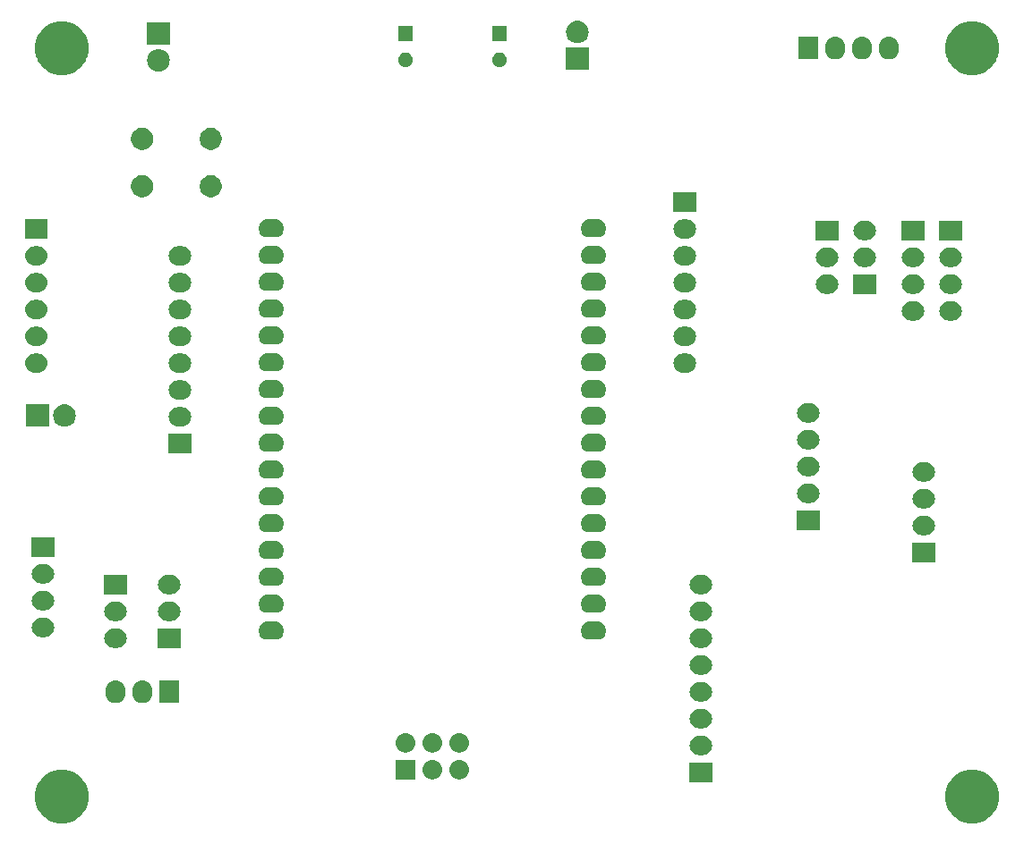
<source format=gbr>
G04 #@! TF.GenerationSoftware,KiCad,Pcbnew,(5.1.2-1)-1*
G04 #@! TF.CreationDate,2019-07-12T12:11:04+02:00*
G04 #@! TF.ProjectId,ATMEGA328PB Proto Board,41544d45-4741-4333-9238-50422050726f,rev?*
G04 #@! TF.SameCoordinates,Original*
G04 #@! TF.FileFunction,Soldermask,Bot*
G04 #@! TF.FilePolarity,Negative*
%FSLAX46Y46*%
G04 Gerber Fmt 4.6, Leading zero omitted, Abs format (unit mm)*
G04 Created by KiCad (PCBNEW (5.1.2-1)-1) date 2019-07-12 12:11:04*
%MOMM*%
%LPD*%
G04 APERTURE LIST*
%ADD10C,0.100000*%
G04 APERTURE END LIST*
D10*
G36*
X168638098Y-125817033D02*
G01*
X169102350Y-126009332D01*
X169102352Y-126009333D01*
X169520168Y-126288509D01*
X169875491Y-126643832D01*
X170154667Y-127061648D01*
X170154668Y-127061650D01*
X170346967Y-127525902D01*
X170445000Y-128018747D01*
X170445000Y-128521253D01*
X170346967Y-129014098D01*
X170154668Y-129478350D01*
X170154667Y-129478352D01*
X169875491Y-129896168D01*
X169520168Y-130251491D01*
X169102352Y-130530667D01*
X169102351Y-130530668D01*
X169102350Y-130530668D01*
X168638098Y-130722967D01*
X168145253Y-130821000D01*
X167642747Y-130821000D01*
X167149902Y-130722967D01*
X166685650Y-130530668D01*
X166685649Y-130530668D01*
X166685648Y-130530667D01*
X166267832Y-130251491D01*
X165912509Y-129896168D01*
X165633333Y-129478352D01*
X165633332Y-129478350D01*
X165441033Y-129014098D01*
X165343000Y-128521253D01*
X165343000Y-128018747D01*
X165441033Y-127525902D01*
X165633332Y-127061650D01*
X165633333Y-127061648D01*
X165912509Y-126643832D01*
X166267832Y-126288509D01*
X166685648Y-126009333D01*
X166685650Y-126009332D01*
X167149902Y-125817033D01*
X167642747Y-125719000D01*
X168145253Y-125719000D01*
X168638098Y-125817033D01*
X168638098Y-125817033D01*
G37*
G36*
X82532098Y-125817033D02*
G01*
X82996350Y-126009332D01*
X82996352Y-126009333D01*
X83414168Y-126288509D01*
X83769491Y-126643832D01*
X84048667Y-127061648D01*
X84048668Y-127061650D01*
X84240967Y-127525902D01*
X84339000Y-128018747D01*
X84339000Y-128521253D01*
X84240967Y-129014098D01*
X84048668Y-129478350D01*
X84048667Y-129478352D01*
X83769491Y-129896168D01*
X83414168Y-130251491D01*
X82996352Y-130530667D01*
X82996351Y-130530668D01*
X82996350Y-130530668D01*
X82532098Y-130722967D01*
X82039253Y-130821000D01*
X81536747Y-130821000D01*
X81043902Y-130722967D01*
X80579650Y-130530668D01*
X80579649Y-130530668D01*
X80579648Y-130530667D01*
X80161832Y-130251491D01*
X79806509Y-129896168D01*
X79527333Y-129478352D01*
X79527332Y-129478350D01*
X79335033Y-129014098D01*
X79237000Y-128521253D01*
X79237000Y-128018747D01*
X79335033Y-127525902D01*
X79527332Y-127061650D01*
X79527333Y-127061648D01*
X79806509Y-126643832D01*
X80161832Y-126288509D01*
X80579648Y-126009333D01*
X80579650Y-126009332D01*
X81043902Y-125817033D01*
X81536747Y-125719000D01*
X82039253Y-125719000D01*
X82532098Y-125817033D01*
X82532098Y-125817033D01*
G37*
G36*
X143307000Y-126898600D02*
G01*
X141173000Y-126898600D01*
X141173000Y-125069400D01*
X143307000Y-125069400D01*
X143307000Y-126898600D01*
X143307000Y-126898600D01*
G37*
G36*
X117019294Y-124828633D02*
G01*
X117191695Y-124880931D01*
X117350583Y-124965858D01*
X117489849Y-125080151D01*
X117604142Y-125219417D01*
X117689069Y-125378305D01*
X117741367Y-125550706D01*
X117759025Y-125730000D01*
X117741367Y-125909294D01*
X117689069Y-126081695D01*
X117604142Y-126240583D01*
X117489849Y-126379849D01*
X117350583Y-126494142D01*
X117191695Y-126579069D01*
X117019294Y-126631367D01*
X116884931Y-126644600D01*
X116795069Y-126644600D01*
X116660706Y-126631367D01*
X116488305Y-126579069D01*
X116329417Y-126494142D01*
X116190151Y-126379849D01*
X116075858Y-126240583D01*
X115990931Y-126081695D01*
X115938633Y-125909294D01*
X115920975Y-125730000D01*
X115938633Y-125550706D01*
X115990931Y-125378305D01*
X116075858Y-125219417D01*
X116190151Y-125080151D01*
X116329417Y-124965858D01*
X116488305Y-124880931D01*
X116660706Y-124828633D01*
X116795069Y-124815400D01*
X116884931Y-124815400D01*
X117019294Y-124828633D01*
X117019294Y-124828633D01*
G37*
G36*
X115214600Y-126644600D02*
G01*
X113385400Y-126644600D01*
X113385400Y-124815400D01*
X115214600Y-124815400D01*
X115214600Y-126644600D01*
X115214600Y-126644600D01*
G37*
G36*
X119559294Y-124828633D02*
G01*
X119731695Y-124880931D01*
X119890583Y-124965858D01*
X120029849Y-125080151D01*
X120144142Y-125219417D01*
X120229069Y-125378305D01*
X120281367Y-125550706D01*
X120299025Y-125730000D01*
X120281367Y-125909294D01*
X120229069Y-126081695D01*
X120144142Y-126240583D01*
X120029849Y-126379849D01*
X119890583Y-126494142D01*
X119731695Y-126579069D01*
X119559294Y-126631367D01*
X119424931Y-126644600D01*
X119335069Y-126644600D01*
X119200706Y-126631367D01*
X119028305Y-126579069D01*
X118869417Y-126494142D01*
X118730151Y-126379849D01*
X118615858Y-126240583D01*
X118530931Y-126081695D01*
X118478633Y-125909294D01*
X118460975Y-125730000D01*
X118478633Y-125550706D01*
X118530931Y-125378305D01*
X118615858Y-125219417D01*
X118730151Y-125080151D01*
X118869417Y-124965858D01*
X119028305Y-124880931D01*
X119200706Y-124828633D01*
X119335069Y-124815400D01*
X119424931Y-124815400D01*
X119559294Y-124828633D01*
X119559294Y-124828633D01*
G37*
G36*
X142571694Y-122542633D02*
G01*
X142744095Y-122594931D01*
X142902983Y-122679858D01*
X143042249Y-122794151D01*
X143156542Y-122933417D01*
X143241469Y-123092305D01*
X143293767Y-123264706D01*
X143311425Y-123444000D01*
X143293767Y-123623294D01*
X143241469Y-123795695D01*
X143156542Y-123954583D01*
X143042249Y-124093849D01*
X142902983Y-124208142D01*
X142744095Y-124293069D01*
X142571694Y-124345367D01*
X142437331Y-124358600D01*
X142042669Y-124358600D01*
X141908306Y-124345367D01*
X141735905Y-124293069D01*
X141577017Y-124208142D01*
X141437751Y-124093849D01*
X141323458Y-123954583D01*
X141238531Y-123795695D01*
X141186233Y-123623294D01*
X141168575Y-123444000D01*
X141186233Y-123264706D01*
X141238531Y-123092305D01*
X141323458Y-122933417D01*
X141437751Y-122794151D01*
X141577017Y-122679858D01*
X141735905Y-122594931D01*
X141908306Y-122542633D01*
X142042669Y-122529400D01*
X142437331Y-122529400D01*
X142571694Y-122542633D01*
X142571694Y-122542633D01*
G37*
G36*
X119559294Y-122288633D02*
G01*
X119731695Y-122340931D01*
X119890583Y-122425858D01*
X120029849Y-122540151D01*
X120144142Y-122679417D01*
X120229069Y-122838305D01*
X120281367Y-123010706D01*
X120299025Y-123190000D01*
X120281367Y-123369294D01*
X120229069Y-123541695D01*
X120144142Y-123700583D01*
X120029849Y-123839849D01*
X119890583Y-123954142D01*
X119731695Y-124039069D01*
X119559294Y-124091367D01*
X119424931Y-124104600D01*
X119335069Y-124104600D01*
X119200706Y-124091367D01*
X119028305Y-124039069D01*
X118869417Y-123954142D01*
X118730151Y-123839849D01*
X118615858Y-123700583D01*
X118530931Y-123541695D01*
X118478633Y-123369294D01*
X118460975Y-123190000D01*
X118478633Y-123010706D01*
X118530931Y-122838305D01*
X118615858Y-122679417D01*
X118730151Y-122540151D01*
X118869417Y-122425858D01*
X119028305Y-122340931D01*
X119200706Y-122288633D01*
X119335069Y-122275400D01*
X119424931Y-122275400D01*
X119559294Y-122288633D01*
X119559294Y-122288633D01*
G37*
G36*
X114479294Y-122288633D02*
G01*
X114651695Y-122340931D01*
X114810583Y-122425858D01*
X114949849Y-122540151D01*
X115064142Y-122679417D01*
X115149069Y-122838305D01*
X115201367Y-123010706D01*
X115219025Y-123190000D01*
X115201367Y-123369294D01*
X115149069Y-123541695D01*
X115064142Y-123700583D01*
X114949849Y-123839849D01*
X114810583Y-123954142D01*
X114651695Y-124039069D01*
X114479294Y-124091367D01*
X114344931Y-124104600D01*
X114255069Y-124104600D01*
X114120706Y-124091367D01*
X113948305Y-124039069D01*
X113789417Y-123954142D01*
X113650151Y-123839849D01*
X113535858Y-123700583D01*
X113450931Y-123541695D01*
X113398633Y-123369294D01*
X113380975Y-123190000D01*
X113398633Y-123010706D01*
X113450931Y-122838305D01*
X113535858Y-122679417D01*
X113650151Y-122540151D01*
X113789417Y-122425858D01*
X113948305Y-122340931D01*
X114120706Y-122288633D01*
X114255069Y-122275400D01*
X114344931Y-122275400D01*
X114479294Y-122288633D01*
X114479294Y-122288633D01*
G37*
G36*
X117019294Y-122288633D02*
G01*
X117191695Y-122340931D01*
X117350583Y-122425858D01*
X117489849Y-122540151D01*
X117604142Y-122679417D01*
X117689069Y-122838305D01*
X117741367Y-123010706D01*
X117759025Y-123190000D01*
X117741367Y-123369294D01*
X117689069Y-123541695D01*
X117604142Y-123700583D01*
X117489849Y-123839849D01*
X117350583Y-123954142D01*
X117191695Y-124039069D01*
X117019294Y-124091367D01*
X116884931Y-124104600D01*
X116795069Y-124104600D01*
X116660706Y-124091367D01*
X116488305Y-124039069D01*
X116329417Y-123954142D01*
X116190151Y-123839849D01*
X116075858Y-123700583D01*
X115990931Y-123541695D01*
X115938633Y-123369294D01*
X115920975Y-123190000D01*
X115938633Y-123010706D01*
X115990931Y-122838305D01*
X116075858Y-122679417D01*
X116190151Y-122540151D01*
X116329417Y-122425858D01*
X116488305Y-122340931D01*
X116660706Y-122288633D01*
X116795069Y-122275400D01*
X116884931Y-122275400D01*
X117019294Y-122288633D01*
X117019294Y-122288633D01*
G37*
G36*
X142571694Y-120002633D02*
G01*
X142744095Y-120054931D01*
X142902983Y-120139858D01*
X143042249Y-120254151D01*
X143156542Y-120393417D01*
X143241469Y-120552305D01*
X143293767Y-120724706D01*
X143311425Y-120904000D01*
X143293767Y-121083294D01*
X143241469Y-121255695D01*
X143156542Y-121414583D01*
X143042249Y-121553849D01*
X142902983Y-121668142D01*
X142744095Y-121753069D01*
X142571694Y-121805367D01*
X142437331Y-121818600D01*
X142042669Y-121818600D01*
X141908306Y-121805367D01*
X141735905Y-121753069D01*
X141577017Y-121668142D01*
X141437751Y-121553849D01*
X141323458Y-121414583D01*
X141238531Y-121255695D01*
X141186233Y-121083294D01*
X141168575Y-120904000D01*
X141186233Y-120724706D01*
X141238531Y-120552305D01*
X141323458Y-120393417D01*
X141437751Y-120254151D01*
X141577017Y-120139858D01*
X141735905Y-120054931D01*
X141908306Y-120002633D01*
X142042669Y-119989400D01*
X142437331Y-119989400D01*
X142571694Y-120002633D01*
X142571694Y-120002633D01*
G37*
G36*
X87047294Y-117310233D02*
G01*
X87219695Y-117362531D01*
X87378583Y-117447458D01*
X87517849Y-117561751D01*
X87632142Y-117701017D01*
X87717069Y-117859906D01*
X87769367Y-118032307D01*
X87782600Y-118166670D01*
X87782600Y-118561331D01*
X87769367Y-118695694D01*
X87717069Y-118868095D01*
X87632142Y-119026983D01*
X87517849Y-119166249D01*
X87378583Y-119280542D01*
X87219694Y-119365469D01*
X87047293Y-119417767D01*
X86868000Y-119435425D01*
X86688706Y-119417767D01*
X86516305Y-119365469D01*
X86357417Y-119280542D01*
X86218151Y-119166249D01*
X86103858Y-119026983D01*
X86018931Y-118868094D01*
X85966633Y-118695693D01*
X85953400Y-118561330D01*
X85953400Y-118166669D01*
X85966633Y-118032306D01*
X86018931Y-117859905D01*
X86103858Y-117701018D01*
X86218152Y-117561751D01*
X86357418Y-117447458D01*
X86516306Y-117362531D01*
X86688707Y-117310233D01*
X86868000Y-117292575D01*
X87047294Y-117310233D01*
X87047294Y-117310233D01*
G37*
G36*
X89587294Y-117310233D02*
G01*
X89759695Y-117362531D01*
X89918583Y-117447458D01*
X90057849Y-117561751D01*
X90172142Y-117701017D01*
X90257069Y-117859906D01*
X90309367Y-118032307D01*
X90322600Y-118166670D01*
X90322600Y-118561331D01*
X90309367Y-118695694D01*
X90257069Y-118868095D01*
X90172142Y-119026983D01*
X90057849Y-119166249D01*
X89918583Y-119280542D01*
X89759694Y-119365469D01*
X89587293Y-119417767D01*
X89408000Y-119435425D01*
X89228706Y-119417767D01*
X89056305Y-119365469D01*
X88897417Y-119280542D01*
X88758151Y-119166249D01*
X88643858Y-119026983D01*
X88558931Y-118868094D01*
X88506633Y-118695693D01*
X88493400Y-118561330D01*
X88493400Y-118166669D01*
X88506633Y-118032306D01*
X88558931Y-117859905D01*
X88643858Y-117701018D01*
X88758152Y-117561751D01*
X88897418Y-117447458D01*
X89056306Y-117362531D01*
X89228707Y-117310233D01*
X89408000Y-117292575D01*
X89587294Y-117310233D01*
X89587294Y-117310233D01*
G37*
G36*
X92862600Y-119431000D02*
G01*
X91033400Y-119431000D01*
X91033400Y-117297000D01*
X92862600Y-117297000D01*
X92862600Y-119431000D01*
X92862600Y-119431000D01*
G37*
G36*
X142571694Y-117462633D02*
G01*
X142744095Y-117514931D01*
X142902983Y-117599858D01*
X143042249Y-117714151D01*
X143156542Y-117853417D01*
X143241469Y-118012305D01*
X143293767Y-118184706D01*
X143311425Y-118364000D01*
X143293767Y-118543294D01*
X143241469Y-118715695D01*
X143156542Y-118874583D01*
X143042249Y-119013849D01*
X142902983Y-119128142D01*
X142744095Y-119213069D01*
X142571694Y-119265367D01*
X142437331Y-119278600D01*
X142042669Y-119278600D01*
X141908306Y-119265367D01*
X141735905Y-119213069D01*
X141577017Y-119128142D01*
X141437751Y-119013849D01*
X141323458Y-118874583D01*
X141238531Y-118715695D01*
X141186233Y-118543294D01*
X141168575Y-118364000D01*
X141186233Y-118184706D01*
X141238531Y-118012305D01*
X141323458Y-117853417D01*
X141437751Y-117714151D01*
X141577017Y-117599858D01*
X141735905Y-117514931D01*
X141908306Y-117462633D01*
X142042669Y-117449400D01*
X142437331Y-117449400D01*
X142571694Y-117462633D01*
X142571694Y-117462633D01*
G37*
G36*
X142571694Y-114922633D02*
G01*
X142744095Y-114974931D01*
X142902983Y-115059858D01*
X143042249Y-115174151D01*
X143156542Y-115313417D01*
X143241469Y-115472305D01*
X143293767Y-115644706D01*
X143311425Y-115824000D01*
X143293767Y-116003294D01*
X143241469Y-116175695D01*
X143156542Y-116334583D01*
X143042249Y-116473849D01*
X142902983Y-116588142D01*
X142744095Y-116673069D01*
X142571694Y-116725367D01*
X142437331Y-116738600D01*
X142042669Y-116738600D01*
X141908306Y-116725367D01*
X141735905Y-116673069D01*
X141577017Y-116588142D01*
X141437751Y-116473849D01*
X141323458Y-116334583D01*
X141238531Y-116175695D01*
X141186233Y-116003294D01*
X141168575Y-115824000D01*
X141186233Y-115644706D01*
X141238531Y-115472305D01*
X141323458Y-115313417D01*
X141437751Y-115174151D01*
X141577017Y-115059858D01*
X141735905Y-114974931D01*
X141908306Y-114922633D01*
X142042669Y-114909400D01*
X142437331Y-114909400D01*
X142571694Y-114922633D01*
X142571694Y-114922633D01*
G37*
G36*
X142571694Y-112382633D02*
G01*
X142744095Y-112434931D01*
X142902983Y-112519858D01*
X143042249Y-112634151D01*
X143156542Y-112773417D01*
X143241469Y-112932305D01*
X143293767Y-113104706D01*
X143311425Y-113284000D01*
X143293767Y-113463294D01*
X143241469Y-113635695D01*
X143156542Y-113794583D01*
X143042249Y-113933849D01*
X142902983Y-114048142D01*
X142744095Y-114133069D01*
X142571694Y-114185367D01*
X142437331Y-114198600D01*
X142042669Y-114198600D01*
X141908306Y-114185367D01*
X141735905Y-114133069D01*
X141577017Y-114048142D01*
X141437751Y-113933849D01*
X141323458Y-113794583D01*
X141238531Y-113635695D01*
X141186233Y-113463294D01*
X141168575Y-113284000D01*
X141186233Y-113104706D01*
X141238531Y-112932305D01*
X141323458Y-112773417D01*
X141437751Y-112634151D01*
X141577017Y-112519858D01*
X141735905Y-112434931D01*
X141908306Y-112382633D01*
X142042669Y-112369400D01*
X142437331Y-112369400D01*
X142571694Y-112382633D01*
X142571694Y-112382633D01*
G37*
G36*
X87199694Y-112382633D02*
G01*
X87372095Y-112434931D01*
X87530983Y-112519858D01*
X87670249Y-112634151D01*
X87784542Y-112773417D01*
X87869469Y-112932305D01*
X87921767Y-113104706D01*
X87939425Y-113284000D01*
X87921767Y-113463294D01*
X87869469Y-113635695D01*
X87784542Y-113794583D01*
X87670249Y-113933849D01*
X87530983Y-114048142D01*
X87372095Y-114133069D01*
X87199694Y-114185367D01*
X87065331Y-114198600D01*
X86670669Y-114198600D01*
X86536306Y-114185367D01*
X86363905Y-114133069D01*
X86205017Y-114048142D01*
X86065751Y-113933849D01*
X85951458Y-113794583D01*
X85866531Y-113635695D01*
X85814233Y-113463294D01*
X85796575Y-113284000D01*
X85814233Y-113104706D01*
X85866531Y-112932305D01*
X85951458Y-112773417D01*
X86065751Y-112634151D01*
X86205017Y-112519858D01*
X86363905Y-112434931D01*
X86536306Y-112382633D01*
X86670669Y-112369400D01*
X87065331Y-112369400D01*
X87199694Y-112382633D01*
X87199694Y-112382633D01*
G37*
G36*
X93015000Y-114198600D02*
G01*
X90881000Y-114198600D01*
X90881000Y-112369400D01*
X93015000Y-112369400D01*
X93015000Y-114198600D01*
X93015000Y-114198600D01*
G37*
G36*
X102116823Y-111734313D02*
G01*
X102277242Y-111782976D01*
X102409906Y-111853886D01*
X102425078Y-111861996D01*
X102554659Y-111968341D01*
X102661004Y-112097922D01*
X102661005Y-112097924D01*
X102740024Y-112245758D01*
X102788687Y-112406177D01*
X102805117Y-112573000D01*
X102788687Y-112739823D01*
X102740024Y-112900242D01*
X102669522Y-113032141D01*
X102661004Y-113048078D01*
X102554659Y-113177659D01*
X102425078Y-113284004D01*
X102425076Y-113284005D01*
X102277242Y-113363024D01*
X102116823Y-113411687D01*
X101991804Y-113424000D01*
X101208196Y-113424000D01*
X101083177Y-113411687D01*
X100922758Y-113363024D01*
X100774924Y-113284005D01*
X100774922Y-113284004D01*
X100645341Y-113177659D01*
X100538996Y-113048078D01*
X100530478Y-113032141D01*
X100459976Y-112900242D01*
X100411313Y-112739823D01*
X100394883Y-112573000D01*
X100411313Y-112406177D01*
X100459976Y-112245758D01*
X100538995Y-112097924D01*
X100538996Y-112097922D01*
X100645341Y-111968341D01*
X100774922Y-111861996D01*
X100790094Y-111853886D01*
X100922758Y-111782976D01*
X101083177Y-111734313D01*
X101208196Y-111722000D01*
X101991804Y-111722000D01*
X102116823Y-111734313D01*
X102116823Y-111734313D01*
G37*
G36*
X132596823Y-111734313D02*
G01*
X132757242Y-111782976D01*
X132889906Y-111853886D01*
X132905078Y-111861996D01*
X133034659Y-111968341D01*
X133141004Y-112097922D01*
X133141005Y-112097924D01*
X133220024Y-112245758D01*
X133268687Y-112406177D01*
X133285117Y-112573000D01*
X133268687Y-112739823D01*
X133220024Y-112900242D01*
X133149522Y-113032141D01*
X133141004Y-113048078D01*
X133034659Y-113177659D01*
X132905078Y-113284004D01*
X132905076Y-113284005D01*
X132757242Y-113363024D01*
X132596823Y-113411687D01*
X132471804Y-113424000D01*
X131688196Y-113424000D01*
X131563177Y-113411687D01*
X131402758Y-113363024D01*
X131254924Y-113284005D01*
X131254922Y-113284004D01*
X131125341Y-113177659D01*
X131018996Y-113048078D01*
X131010478Y-113032141D01*
X130939976Y-112900242D01*
X130891313Y-112739823D01*
X130874883Y-112573000D01*
X130891313Y-112406177D01*
X130939976Y-112245758D01*
X131018995Y-112097924D01*
X131018996Y-112097922D01*
X131125341Y-111968341D01*
X131254922Y-111861996D01*
X131270094Y-111853886D01*
X131402758Y-111782976D01*
X131563177Y-111734313D01*
X131688196Y-111722000D01*
X132471804Y-111722000D01*
X132596823Y-111734313D01*
X132596823Y-111734313D01*
G37*
G36*
X80341694Y-111366633D02*
G01*
X80514095Y-111418931D01*
X80672983Y-111503858D01*
X80812249Y-111618151D01*
X80926542Y-111757417D01*
X81011469Y-111916305D01*
X81063767Y-112088706D01*
X81081425Y-112268000D01*
X81063767Y-112447294D01*
X81011469Y-112619695D01*
X80926542Y-112778583D01*
X80812249Y-112917849D01*
X80672983Y-113032142D01*
X80514095Y-113117069D01*
X80341694Y-113169367D01*
X80207331Y-113182600D01*
X79812669Y-113182600D01*
X79678306Y-113169367D01*
X79505905Y-113117069D01*
X79347017Y-113032142D01*
X79207751Y-112917849D01*
X79093458Y-112778583D01*
X79008531Y-112619695D01*
X78956233Y-112447294D01*
X78938575Y-112268000D01*
X78956233Y-112088706D01*
X79008531Y-111916305D01*
X79093458Y-111757417D01*
X79207751Y-111618151D01*
X79347017Y-111503858D01*
X79505905Y-111418931D01*
X79678306Y-111366633D01*
X79812669Y-111353400D01*
X80207331Y-111353400D01*
X80341694Y-111366633D01*
X80341694Y-111366633D01*
G37*
G36*
X142571694Y-109842633D02*
G01*
X142744095Y-109894931D01*
X142902983Y-109979858D01*
X143042249Y-110094151D01*
X143156542Y-110233417D01*
X143241469Y-110392305D01*
X143293767Y-110564706D01*
X143311425Y-110744000D01*
X143293767Y-110923294D01*
X143241469Y-111095695D01*
X143156542Y-111254583D01*
X143042249Y-111393849D01*
X142902983Y-111508142D01*
X142744095Y-111593069D01*
X142571694Y-111645367D01*
X142437331Y-111658600D01*
X142042669Y-111658600D01*
X141908306Y-111645367D01*
X141735905Y-111593069D01*
X141577017Y-111508142D01*
X141437751Y-111393849D01*
X141323458Y-111254583D01*
X141238531Y-111095695D01*
X141186233Y-110923294D01*
X141168575Y-110744000D01*
X141186233Y-110564706D01*
X141238531Y-110392305D01*
X141323458Y-110233417D01*
X141437751Y-110094151D01*
X141577017Y-109979858D01*
X141735905Y-109894931D01*
X141908306Y-109842633D01*
X142042669Y-109829400D01*
X142437331Y-109829400D01*
X142571694Y-109842633D01*
X142571694Y-109842633D01*
G37*
G36*
X92279694Y-109842633D02*
G01*
X92452095Y-109894931D01*
X92610983Y-109979858D01*
X92750249Y-110094151D01*
X92864542Y-110233417D01*
X92949469Y-110392305D01*
X93001767Y-110564706D01*
X93019425Y-110744000D01*
X93001767Y-110923294D01*
X92949469Y-111095695D01*
X92864542Y-111254583D01*
X92750249Y-111393849D01*
X92610983Y-111508142D01*
X92452095Y-111593069D01*
X92279694Y-111645367D01*
X92145331Y-111658600D01*
X91750669Y-111658600D01*
X91616306Y-111645367D01*
X91443905Y-111593069D01*
X91285017Y-111508142D01*
X91145751Y-111393849D01*
X91031458Y-111254583D01*
X90946531Y-111095695D01*
X90894233Y-110923294D01*
X90876575Y-110744000D01*
X90894233Y-110564706D01*
X90946531Y-110392305D01*
X91031458Y-110233417D01*
X91145751Y-110094151D01*
X91285017Y-109979858D01*
X91443905Y-109894931D01*
X91616306Y-109842633D01*
X91750669Y-109829400D01*
X92145331Y-109829400D01*
X92279694Y-109842633D01*
X92279694Y-109842633D01*
G37*
G36*
X87199694Y-109842633D02*
G01*
X87372095Y-109894931D01*
X87530983Y-109979858D01*
X87670249Y-110094151D01*
X87784542Y-110233417D01*
X87869469Y-110392305D01*
X87921767Y-110564706D01*
X87939425Y-110744000D01*
X87921767Y-110923294D01*
X87869469Y-111095695D01*
X87784542Y-111254583D01*
X87670249Y-111393849D01*
X87530983Y-111508142D01*
X87372095Y-111593069D01*
X87199694Y-111645367D01*
X87065331Y-111658600D01*
X86670669Y-111658600D01*
X86536306Y-111645367D01*
X86363905Y-111593069D01*
X86205017Y-111508142D01*
X86065751Y-111393849D01*
X85951458Y-111254583D01*
X85866531Y-111095695D01*
X85814233Y-110923294D01*
X85796575Y-110744000D01*
X85814233Y-110564706D01*
X85866531Y-110392305D01*
X85951458Y-110233417D01*
X86065751Y-110094151D01*
X86205017Y-109979858D01*
X86363905Y-109894931D01*
X86536306Y-109842633D01*
X86670669Y-109829400D01*
X87065331Y-109829400D01*
X87199694Y-109842633D01*
X87199694Y-109842633D01*
G37*
G36*
X102116823Y-109194313D02*
G01*
X102277242Y-109242976D01*
X102409906Y-109313886D01*
X102425078Y-109321996D01*
X102554659Y-109428341D01*
X102661004Y-109557922D01*
X102661005Y-109557924D01*
X102740024Y-109705758D01*
X102788687Y-109866177D01*
X102805117Y-110033000D01*
X102788687Y-110199823D01*
X102740024Y-110360242D01*
X102669522Y-110492141D01*
X102661004Y-110508078D01*
X102554659Y-110637659D01*
X102425078Y-110744004D01*
X102425076Y-110744005D01*
X102277242Y-110823024D01*
X102116823Y-110871687D01*
X101991804Y-110884000D01*
X101208196Y-110884000D01*
X101083177Y-110871687D01*
X100922758Y-110823024D01*
X100774924Y-110744005D01*
X100774922Y-110744004D01*
X100645341Y-110637659D01*
X100538996Y-110508078D01*
X100530478Y-110492141D01*
X100459976Y-110360242D01*
X100411313Y-110199823D01*
X100394883Y-110033000D01*
X100411313Y-109866177D01*
X100459976Y-109705758D01*
X100538995Y-109557924D01*
X100538996Y-109557922D01*
X100645341Y-109428341D01*
X100774922Y-109321996D01*
X100790094Y-109313886D01*
X100922758Y-109242976D01*
X101083177Y-109194313D01*
X101208196Y-109182000D01*
X101991804Y-109182000D01*
X102116823Y-109194313D01*
X102116823Y-109194313D01*
G37*
G36*
X132596823Y-109194313D02*
G01*
X132757242Y-109242976D01*
X132889906Y-109313886D01*
X132905078Y-109321996D01*
X133034659Y-109428341D01*
X133141004Y-109557922D01*
X133141005Y-109557924D01*
X133220024Y-109705758D01*
X133268687Y-109866177D01*
X133285117Y-110033000D01*
X133268687Y-110199823D01*
X133220024Y-110360242D01*
X133149522Y-110492141D01*
X133141004Y-110508078D01*
X133034659Y-110637659D01*
X132905078Y-110744004D01*
X132905076Y-110744005D01*
X132757242Y-110823024D01*
X132596823Y-110871687D01*
X132471804Y-110884000D01*
X131688196Y-110884000D01*
X131563177Y-110871687D01*
X131402758Y-110823024D01*
X131254924Y-110744005D01*
X131254922Y-110744004D01*
X131125341Y-110637659D01*
X131018996Y-110508078D01*
X131010478Y-110492141D01*
X130939976Y-110360242D01*
X130891313Y-110199823D01*
X130874883Y-110033000D01*
X130891313Y-109866177D01*
X130939976Y-109705758D01*
X131018995Y-109557924D01*
X131018996Y-109557922D01*
X131125341Y-109428341D01*
X131254922Y-109321996D01*
X131270094Y-109313886D01*
X131402758Y-109242976D01*
X131563177Y-109194313D01*
X131688196Y-109182000D01*
X132471804Y-109182000D01*
X132596823Y-109194313D01*
X132596823Y-109194313D01*
G37*
G36*
X80341694Y-108826633D02*
G01*
X80514095Y-108878931D01*
X80672983Y-108963858D01*
X80812249Y-109078151D01*
X80926542Y-109217417D01*
X81011469Y-109376305D01*
X81063767Y-109548706D01*
X81081425Y-109728000D01*
X81063767Y-109907294D01*
X81011469Y-110079695D01*
X80926542Y-110238583D01*
X80812249Y-110377849D01*
X80672983Y-110492142D01*
X80514095Y-110577069D01*
X80341694Y-110629367D01*
X80207331Y-110642600D01*
X79812669Y-110642600D01*
X79678306Y-110629367D01*
X79505905Y-110577069D01*
X79347017Y-110492142D01*
X79207751Y-110377849D01*
X79093458Y-110238583D01*
X79008531Y-110079695D01*
X78956233Y-109907294D01*
X78938575Y-109728000D01*
X78956233Y-109548706D01*
X79008531Y-109376305D01*
X79093458Y-109217417D01*
X79207751Y-109078151D01*
X79347017Y-108963858D01*
X79505905Y-108878931D01*
X79678306Y-108826633D01*
X79812669Y-108813400D01*
X80207331Y-108813400D01*
X80341694Y-108826633D01*
X80341694Y-108826633D01*
G37*
G36*
X87935000Y-109118600D02*
G01*
X85801000Y-109118600D01*
X85801000Y-107289400D01*
X87935000Y-107289400D01*
X87935000Y-109118600D01*
X87935000Y-109118600D01*
G37*
G36*
X142571694Y-107302633D02*
G01*
X142744095Y-107354931D01*
X142902983Y-107439858D01*
X143042249Y-107554151D01*
X143156542Y-107693417D01*
X143241469Y-107852305D01*
X143293767Y-108024706D01*
X143311425Y-108204000D01*
X143293767Y-108383294D01*
X143241469Y-108555695D01*
X143156542Y-108714583D01*
X143042249Y-108853849D01*
X142902983Y-108968142D01*
X142744095Y-109053069D01*
X142571694Y-109105367D01*
X142437331Y-109118600D01*
X142042669Y-109118600D01*
X141908306Y-109105367D01*
X141735905Y-109053069D01*
X141577017Y-108968142D01*
X141437751Y-108853849D01*
X141323458Y-108714583D01*
X141238531Y-108555695D01*
X141186233Y-108383294D01*
X141168575Y-108204000D01*
X141186233Y-108024706D01*
X141238531Y-107852305D01*
X141323458Y-107693417D01*
X141437751Y-107554151D01*
X141577017Y-107439858D01*
X141735905Y-107354931D01*
X141908306Y-107302633D01*
X142042669Y-107289400D01*
X142437331Y-107289400D01*
X142571694Y-107302633D01*
X142571694Y-107302633D01*
G37*
G36*
X92279694Y-107302633D02*
G01*
X92452095Y-107354931D01*
X92610983Y-107439858D01*
X92750249Y-107554151D01*
X92864542Y-107693417D01*
X92949469Y-107852305D01*
X93001767Y-108024706D01*
X93019425Y-108204000D01*
X93001767Y-108383294D01*
X92949469Y-108555695D01*
X92864542Y-108714583D01*
X92750249Y-108853849D01*
X92610983Y-108968142D01*
X92452095Y-109053069D01*
X92279694Y-109105367D01*
X92145331Y-109118600D01*
X91750669Y-109118600D01*
X91616306Y-109105367D01*
X91443905Y-109053069D01*
X91285017Y-108968142D01*
X91145751Y-108853849D01*
X91031458Y-108714583D01*
X90946531Y-108555695D01*
X90894233Y-108383294D01*
X90876575Y-108204000D01*
X90894233Y-108024706D01*
X90946531Y-107852305D01*
X91031458Y-107693417D01*
X91145751Y-107554151D01*
X91285017Y-107439858D01*
X91443905Y-107354931D01*
X91616306Y-107302633D01*
X91750669Y-107289400D01*
X92145331Y-107289400D01*
X92279694Y-107302633D01*
X92279694Y-107302633D01*
G37*
G36*
X132596823Y-106654313D02*
G01*
X132757242Y-106702976D01*
X132889906Y-106773886D01*
X132905078Y-106781996D01*
X133034659Y-106888341D01*
X133141004Y-107017922D01*
X133141005Y-107017924D01*
X133220024Y-107165758D01*
X133268687Y-107326177D01*
X133285117Y-107493000D01*
X133268687Y-107659823D01*
X133220024Y-107820242D01*
X133149522Y-107952141D01*
X133141004Y-107968078D01*
X133034659Y-108097659D01*
X132905078Y-108204004D01*
X132905076Y-108204005D01*
X132757242Y-108283024D01*
X132596823Y-108331687D01*
X132471804Y-108344000D01*
X131688196Y-108344000D01*
X131563177Y-108331687D01*
X131402758Y-108283024D01*
X131254924Y-108204005D01*
X131254922Y-108204004D01*
X131125341Y-108097659D01*
X131018996Y-107968078D01*
X131010478Y-107952141D01*
X130939976Y-107820242D01*
X130891313Y-107659823D01*
X130874883Y-107493000D01*
X130891313Y-107326177D01*
X130939976Y-107165758D01*
X131018995Y-107017924D01*
X131018996Y-107017922D01*
X131125341Y-106888341D01*
X131254922Y-106781996D01*
X131270094Y-106773886D01*
X131402758Y-106702976D01*
X131563177Y-106654313D01*
X131688196Y-106642000D01*
X132471804Y-106642000D01*
X132596823Y-106654313D01*
X132596823Y-106654313D01*
G37*
G36*
X102116823Y-106654313D02*
G01*
X102277242Y-106702976D01*
X102409906Y-106773886D01*
X102425078Y-106781996D01*
X102554659Y-106888341D01*
X102661004Y-107017922D01*
X102661005Y-107017924D01*
X102740024Y-107165758D01*
X102788687Y-107326177D01*
X102805117Y-107493000D01*
X102788687Y-107659823D01*
X102740024Y-107820242D01*
X102669522Y-107952141D01*
X102661004Y-107968078D01*
X102554659Y-108097659D01*
X102425078Y-108204004D01*
X102425076Y-108204005D01*
X102277242Y-108283024D01*
X102116823Y-108331687D01*
X101991804Y-108344000D01*
X101208196Y-108344000D01*
X101083177Y-108331687D01*
X100922758Y-108283024D01*
X100774924Y-108204005D01*
X100774922Y-108204004D01*
X100645341Y-108097659D01*
X100538996Y-107968078D01*
X100530478Y-107952141D01*
X100459976Y-107820242D01*
X100411313Y-107659823D01*
X100394883Y-107493000D01*
X100411313Y-107326177D01*
X100459976Y-107165758D01*
X100538995Y-107017924D01*
X100538996Y-107017922D01*
X100645341Y-106888341D01*
X100774922Y-106781996D01*
X100790094Y-106773886D01*
X100922758Y-106702976D01*
X101083177Y-106654313D01*
X101208196Y-106642000D01*
X101991804Y-106642000D01*
X102116823Y-106654313D01*
X102116823Y-106654313D01*
G37*
G36*
X80341694Y-106286633D02*
G01*
X80514095Y-106338931D01*
X80672983Y-106423858D01*
X80812249Y-106538151D01*
X80926542Y-106677417D01*
X81011469Y-106836305D01*
X81063767Y-107008706D01*
X81081425Y-107188000D01*
X81063767Y-107367294D01*
X81011469Y-107539695D01*
X80926542Y-107698583D01*
X80812249Y-107837849D01*
X80672983Y-107952142D01*
X80514095Y-108037069D01*
X80341694Y-108089367D01*
X80207331Y-108102600D01*
X79812669Y-108102600D01*
X79678306Y-108089367D01*
X79505905Y-108037069D01*
X79347017Y-107952142D01*
X79207751Y-107837849D01*
X79093458Y-107698583D01*
X79008531Y-107539695D01*
X78956233Y-107367294D01*
X78938575Y-107188000D01*
X78956233Y-107008706D01*
X79008531Y-106836305D01*
X79093458Y-106677417D01*
X79207751Y-106538151D01*
X79347017Y-106423858D01*
X79505905Y-106338931D01*
X79678306Y-106286633D01*
X79812669Y-106273400D01*
X80207331Y-106273400D01*
X80341694Y-106286633D01*
X80341694Y-106286633D01*
G37*
G36*
X164389000Y-106070600D02*
G01*
X162255000Y-106070600D01*
X162255000Y-104241400D01*
X164389000Y-104241400D01*
X164389000Y-106070600D01*
X164389000Y-106070600D01*
G37*
G36*
X132596823Y-104114313D02*
G01*
X132757242Y-104162976D01*
X132889906Y-104233886D01*
X132905078Y-104241996D01*
X133034659Y-104348341D01*
X133141004Y-104477922D01*
X133141005Y-104477924D01*
X133220024Y-104625758D01*
X133268687Y-104786177D01*
X133285117Y-104953000D01*
X133268687Y-105119823D01*
X133220024Y-105280242D01*
X133149114Y-105412906D01*
X133141004Y-105428078D01*
X133034659Y-105557659D01*
X132905078Y-105664004D01*
X132905076Y-105664005D01*
X132757242Y-105743024D01*
X132596823Y-105791687D01*
X132471804Y-105804000D01*
X131688196Y-105804000D01*
X131563177Y-105791687D01*
X131402758Y-105743024D01*
X131254924Y-105664005D01*
X131254922Y-105664004D01*
X131125341Y-105557659D01*
X131018996Y-105428078D01*
X131010886Y-105412906D01*
X130939976Y-105280242D01*
X130891313Y-105119823D01*
X130874883Y-104953000D01*
X130891313Y-104786177D01*
X130939976Y-104625758D01*
X131018995Y-104477924D01*
X131018996Y-104477922D01*
X131125341Y-104348341D01*
X131254922Y-104241996D01*
X131270094Y-104233886D01*
X131402758Y-104162976D01*
X131563177Y-104114313D01*
X131688196Y-104102000D01*
X132471804Y-104102000D01*
X132596823Y-104114313D01*
X132596823Y-104114313D01*
G37*
G36*
X102116823Y-104114313D02*
G01*
X102277242Y-104162976D01*
X102409906Y-104233886D01*
X102425078Y-104241996D01*
X102554659Y-104348341D01*
X102661004Y-104477922D01*
X102661005Y-104477924D01*
X102740024Y-104625758D01*
X102788687Y-104786177D01*
X102805117Y-104953000D01*
X102788687Y-105119823D01*
X102740024Y-105280242D01*
X102669114Y-105412906D01*
X102661004Y-105428078D01*
X102554659Y-105557659D01*
X102425078Y-105664004D01*
X102425076Y-105664005D01*
X102277242Y-105743024D01*
X102116823Y-105791687D01*
X101991804Y-105804000D01*
X101208196Y-105804000D01*
X101083177Y-105791687D01*
X100922758Y-105743024D01*
X100774924Y-105664005D01*
X100774922Y-105664004D01*
X100645341Y-105557659D01*
X100538996Y-105428078D01*
X100530886Y-105412906D01*
X100459976Y-105280242D01*
X100411313Y-105119823D01*
X100394883Y-104953000D01*
X100411313Y-104786177D01*
X100459976Y-104625758D01*
X100538995Y-104477924D01*
X100538996Y-104477922D01*
X100645341Y-104348341D01*
X100774922Y-104241996D01*
X100790094Y-104233886D01*
X100922758Y-104162976D01*
X101083177Y-104114313D01*
X101208196Y-104102000D01*
X101991804Y-104102000D01*
X102116823Y-104114313D01*
X102116823Y-104114313D01*
G37*
G36*
X81077000Y-105562600D02*
G01*
X78943000Y-105562600D01*
X78943000Y-103733400D01*
X81077000Y-103733400D01*
X81077000Y-105562600D01*
X81077000Y-105562600D01*
G37*
G36*
X163653694Y-101714633D02*
G01*
X163826095Y-101766931D01*
X163984983Y-101851858D01*
X164124249Y-101966151D01*
X164238542Y-102105417D01*
X164323469Y-102264305D01*
X164375767Y-102436706D01*
X164393425Y-102616000D01*
X164375767Y-102795294D01*
X164323469Y-102967695D01*
X164238542Y-103126583D01*
X164124249Y-103265849D01*
X163984983Y-103380142D01*
X163826095Y-103465069D01*
X163653694Y-103517367D01*
X163519331Y-103530600D01*
X163124669Y-103530600D01*
X162990306Y-103517367D01*
X162817905Y-103465069D01*
X162659017Y-103380142D01*
X162519751Y-103265849D01*
X162405458Y-103126583D01*
X162320531Y-102967695D01*
X162268233Y-102795294D01*
X162250575Y-102616000D01*
X162268233Y-102436706D01*
X162320531Y-102264305D01*
X162405458Y-102105417D01*
X162519751Y-101966151D01*
X162659017Y-101851858D01*
X162817905Y-101766931D01*
X162990306Y-101714633D01*
X163124669Y-101701400D01*
X163519331Y-101701400D01*
X163653694Y-101714633D01*
X163653694Y-101714633D01*
G37*
G36*
X102116823Y-101574313D02*
G01*
X102277242Y-101622976D01*
X102409906Y-101693886D01*
X102425078Y-101701996D01*
X102554659Y-101808341D01*
X102661004Y-101937922D01*
X102661005Y-101937924D01*
X102740024Y-102085758D01*
X102788687Y-102246177D01*
X102805117Y-102413000D01*
X102788687Y-102579823D01*
X102740024Y-102740242D01*
X102710598Y-102795294D01*
X102661004Y-102888078D01*
X102554659Y-103017659D01*
X102425078Y-103124004D01*
X102425076Y-103124005D01*
X102277242Y-103203024D01*
X102116823Y-103251687D01*
X101991804Y-103264000D01*
X101208196Y-103264000D01*
X101083177Y-103251687D01*
X100922758Y-103203024D01*
X100774924Y-103124005D01*
X100774922Y-103124004D01*
X100645341Y-103017659D01*
X100538996Y-102888078D01*
X100489402Y-102795294D01*
X100459976Y-102740242D01*
X100411313Y-102579823D01*
X100394883Y-102413000D01*
X100411313Y-102246177D01*
X100459976Y-102085758D01*
X100538995Y-101937924D01*
X100538996Y-101937922D01*
X100645341Y-101808341D01*
X100774922Y-101701996D01*
X100790094Y-101693886D01*
X100922758Y-101622976D01*
X101083177Y-101574313D01*
X101208196Y-101562000D01*
X101991804Y-101562000D01*
X102116823Y-101574313D01*
X102116823Y-101574313D01*
G37*
G36*
X132596823Y-101574313D02*
G01*
X132757242Y-101622976D01*
X132889906Y-101693886D01*
X132905078Y-101701996D01*
X133034659Y-101808341D01*
X133141004Y-101937922D01*
X133141005Y-101937924D01*
X133220024Y-102085758D01*
X133268687Y-102246177D01*
X133285117Y-102413000D01*
X133268687Y-102579823D01*
X133220024Y-102740242D01*
X133190598Y-102795294D01*
X133141004Y-102888078D01*
X133034659Y-103017659D01*
X132905078Y-103124004D01*
X132905076Y-103124005D01*
X132757242Y-103203024D01*
X132596823Y-103251687D01*
X132471804Y-103264000D01*
X131688196Y-103264000D01*
X131563177Y-103251687D01*
X131402758Y-103203024D01*
X131254924Y-103124005D01*
X131254922Y-103124004D01*
X131125341Y-103017659D01*
X131018996Y-102888078D01*
X130969402Y-102795294D01*
X130939976Y-102740242D01*
X130891313Y-102579823D01*
X130874883Y-102413000D01*
X130891313Y-102246177D01*
X130939976Y-102085758D01*
X131018995Y-101937924D01*
X131018996Y-101937922D01*
X131125341Y-101808341D01*
X131254922Y-101701996D01*
X131270094Y-101693886D01*
X131402758Y-101622976D01*
X131563177Y-101574313D01*
X131688196Y-101562000D01*
X132471804Y-101562000D01*
X132596823Y-101574313D01*
X132596823Y-101574313D01*
G37*
G36*
X153467000Y-103022600D02*
G01*
X151333000Y-103022600D01*
X151333000Y-101193400D01*
X153467000Y-101193400D01*
X153467000Y-103022600D01*
X153467000Y-103022600D01*
G37*
G36*
X163653694Y-99174633D02*
G01*
X163826095Y-99226931D01*
X163984983Y-99311858D01*
X164124249Y-99426151D01*
X164238542Y-99565417D01*
X164323469Y-99724305D01*
X164375767Y-99896706D01*
X164393425Y-100076000D01*
X164375767Y-100255294D01*
X164323469Y-100427695D01*
X164238542Y-100586583D01*
X164124249Y-100725849D01*
X163984983Y-100840142D01*
X163826095Y-100925069D01*
X163653694Y-100977367D01*
X163519331Y-100990600D01*
X163124669Y-100990600D01*
X162990306Y-100977367D01*
X162817905Y-100925069D01*
X162659017Y-100840142D01*
X162519751Y-100725849D01*
X162405458Y-100586583D01*
X162320531Y-100427695D01*
X162268233Y-100255294D01*
X162250575Y-100076000D01*
X162268233Y-99896706D01*
X162320531Y-99724305D01*
X162405458Y-99565417D01*
X162519751Y-99426151D01*
X162659017Y-99311858D01*
X162817905Y-99226931D01*
X162990306Y-99174633D01*
X163124669Y-99161400D01*
X163519331Y-99161400D01*
X163653694Y-99174633D01*
X163653694Y-99174633D01*
G37*
G36*
X102116823Y-99034313D02*
G01*
X102277242Y-99082976D01*
X102409906Y-99153886D01*
X102425078Y-99161996D01*
X102554659Y-99268341D01*
X102661004Y-99397922D01*
X102661005Y-99397924D01*
X102740024Y-99545758D01*
X102788687Y-99706177D01*
X102805117Y-99873000D01*
X102788687Y-100039823D01*
X102740024Y-100200242D01*
X102710598Y-100255294D01*
X102661004Y-100348078D01*
X102554659Y-100477659D01*
X102425078Y-100584004D01*
X102425076Y-100584005D01*
X102277242Y-100663024D01*
X102116823Y-100711687D01*
X101991804Y-100724000D01*
X101208196Y-100724000D01*
X101083177Y-100711687D01*
X100922758Y-100663024D01*
X100774924Y-100584005D01*
X100774922Y-100584004D01*
X100645341Y-100477659D01*
X100538996Y-100348078D01*
X100489402Y-100255294D01*
X100459976Y-100200242D01*
X100411313Y-100039823D01*
X100394883Y-99873000D01*
X100411313Y-99706177D01*
X100459976Y-99545758D01*
X100538995Y-99397924D01*
X100538996Y-99397922D01*
X100645341Y-99268341D01*
X100774922Y-99161996D01*
X100790094Y-99153886D01*
X100922758Y-99082976D01*
X101083177Y-99034313D01*
X101208196Y-99022000D01*
X101991804Y-99022000D01*
X102116823Y-99034313D01*
X102116823Y-99034313D01*
G37*
G36*
X132596823Y-99034313D02*
G01*
X132757242Y-99082976D01*
X132889906Y-99153886D01*
X132905078Y-99161996D01*
X133034659Y-99268341D01*
X133141004Y-99397922D01*
X133141005Y-99397924D01*
X133220024Y-99545758D01*
X133268687Y-99706177D01*
X133285117Y-99873000D01*
X133268687Y-100039823D01*
X133220024Y-100200242D01*
X133190598Y-100255294D01*
X133141004Y-100348078D01*
X133034659Y-100477659D01*
X132905078Y-100584004D01*
X132905076Y-100584005D01*
X132757242Y-100663024D01*
X132596823Y-100711687D01*
X132471804Y-100724000D01*
X131688196Y-100724000D01*
X131563177Y-100711687D01*
X131402758Y-100663024D01*
X131254924Y-100584005D01*
X131254922Y-100584004D01*
X131125341Y-100477659D01*
X131018996Y-100348078D01*
X130969402Y-100255294D01*
X130939976Y-100200242D01*
X130891313Y-100039823D01*
X130874883Y-99873000D01*
X130891313Y-99706177D01*
X130939976Y-99545758D01*
X131018995Y-99397924D01*
X131018996Y-99397922D01*
X131125341Y-99268341D01*
X131254922Y-99161996D01*
X131270094Y-99153886D01*
X131402758Y-99082976D01*
X131563177Y-99034313D01*
X131688196Y-99022000D01*
X132471804Y-99022000D01*
X132596823Y-99034313D01*
X132596823Y-99034313D01*
G37*
G36*
X152731694Y-98666633D02*
G01*
X152904095Y-98718931D01*
X153062983Y-98803858D01*
X153202249Y-98918151D01*
X153316542Y-99057417D01*
X153401469Y-99216305D01*
X153453767Y-99388706D01*
X153471425Y-99568000D01*
X153453767Y-99747294D01*
X153401469Y-99919695D01*
X153316542Y-100078583D01*
X153202249Y-100217849D01*
X153062983Y-100332142D01*
X152904095Y-100417069D01*
X152731694Y-100469367D01*
X152597331Y-100482600D01*
X152202669Y-100482600D01*
X152068306Y-100469367D01*
X151895905Y-100417069D01*
X151737017Y-100332142D01*
X151597751Y-100217849D01*
X151483458Y-100078583D01*
X151398531Y-99919695D01*
X151346233Y-99747294D01*
X151328575Y-99568000D01*
X151346233Y-99388706D01*
X151398531Y-99216305D01*
X151483458Y-99057417D01*
X151597751Y-98918151D01*
X151737017Y-98803858D01*
X151895905Y-98718931D01*
X152068306Y-98666633D01*
X152202669Y-98653400D01*
X152597331Y-98653400D01*
X152731694Y-98666633D01*
X152731694Y-98666633D01*
G37*
G36*
X163653694Y-96634633D02*
G01*
X163826095Y-96686931D01*
X163984983Y-96771858D01*
X164124249Y-96886151D01*
X164238542Y-97025417D01*
X164323469Y-97184305D01*
X164375767Y-97356706D01*
X164393425Y-97536000D01*
X164375767Y-97715294D01*
X164323469Y-97887695D01*
X164238542Y-98046583D01*
X164124249Y-98185849D01*
X163984983Y-98300142D01*
X163826095Y-98385069D01*
X163653694Y-98437367D01*
X163519331Y-98450600D01*
X163124669Y-98450600D01*
X162990306Y-98437367D01*
X162817905Y-98385069D01*
X162659017Y-98300142D01*
X162519751Y-98185849D01*
X162405458Y-98046583D01*
X162320531Y-97887695D01*
X162268233Y-97715294D01*
X162250575Y-97536000D01*
X162268233Y-97356706D01*
X162320531Y-97184305D01*
X162405458Y-97025417D01*
X162519751Y-96886151D01*
X162659017Y-96771858D01*
X162817905Y-96686931D01*
X162990306Y-96634633D01*
X163124669Y-96621400D01*
X163519331Y-96621400D01*
X163653694Y-96634633D01*
X163653694Y-96634633D01*
G37*
G36*
X102116823Y-96494313D02*
G01*
X102277242Y-96542976D01*
X102409906Y-96613886D01*
X102425078Y-96621996D01*
X102554659Y-96728341D01*
X102661004Y-96857922D01*
X102661005Y-96857924D01*
X102740024Y-97005758D01*
X102788687Y-97166177D01*
X102805117Y-97333000D01*
X102788687Y-97499823D01*
X102740024Y-97660242D01*
X102710598Y-97715294D01*
X102661004Y-97808078D01*
X102554659Y-97937659D01*
X102425078Y-98044004D01*
X102425076Y-98044005D01*
X102277242Y-98123024D01*
X102116823Y-98171687D01*
X101991804Y-98184000D01*
X101208196Y-98184000D01*
X101083177Y-98171687D01*
X100922758Y-98123024D01*
X100774924Y-98044005D01*
X100774922Y-98044004D01*
X100645341Y-97937659D01*
X100538996Y-97808078D01*
X100489402Y-97715294D01*
X100459976Y-97660242D01*
X100411313Y-97499823D01*
X100394883Y-97333000D01*
X100411313Y-97166177D01*
X100459976Y-97005758D01*
X100538995Y-96857924D01*
X100538996Y-96857922D01*
X100645341Y-96728341D01*
X100774922Y-96621996D01*
X100790094Y-96613886D01*
X100922758Y-96542976D01*
X101083177Y-96494313D01*
X101208196Y-96482000D01*
X101991804Y-96482000D01*
X102116823Y-96494313D01*
X102116823Y-96494313D01*
G37*
G36*
X132596823Y-96494313D02*
G01*
X132757242Y-96542976D01*
X132889906Y-96613886D01*
X132905078Y-96621996D01*
X133034659Y-96728341D01*
X133141004Y-96857922D01*
X133141005Y-96857924D01*
X133220024Y-97005758D01*
X133268687Y-97166177D01*
X133285117Y-97333000D01*
X133268687Y-97499823D01*
X133220024Y-97660242D01*
X133190598Y-97715294D01*
X133141004Y-97808078D01*
X133034659Y-97937659D01*
X132905078Y-98044004D01*
X132905076Y-98044005D01*
X132757242Y-98123024D01*
X132596823Y-98171687D01*
X132471804Y-98184000D01*
X131688196Y-98184000D01*
X131563177Y-98171687D01*
X131402758Y-98123024D01*
X131254924Y-98044005D01*
X131254922Y-98044004D01*
X131125341Y-97937659D01*
X131018996Y-97808078D01*
X130969402Y-97715294D01*
X130939976Y-97660242D01*
X130891313Y-97499823D01*
X130874883Y-97333000D01*
X130891313Y-97166177D01*
X130939976Y-97005758D01*
X131018995Y-96857924D01*
X131018996Y-96857922D01*
X131125341Y-96728341D01*
X131254922Y-96621996D01*
X131270094Y-96613886D01*
X131402758Y-96542976D01*
X131563177Y-96494313D01*
X131688196Y-96482000D01*
X132471804Y-96482000D01*
X132596823Y-96494313D01*
X132596823Y-96494313D01*
G37*
G36*
X152731694Y-96126633D02*
G01*
X152904095Y-96178931D01*
X153062983Y-96263858D01*
X153202249Y-96378151D01*
X153316542Y-96517417D01*
X153401469Y-96676305D01*
X153453767Y-96848706D01*
X153471425Y-97028000D01*
X153453767Y-97207294D01*
X153401469Y-97379695D01*
X153316542Y-97538583D01*
X153202249Y-97677849D01*
X153062983Y-97792142D01*
X152904095Y-97877069D01*
X152731694Y-97929367D01*
X152597331Y-97942600D01*
X152202669Y-97942600D01*
X152068306Y-97929367D01*
X151895905Y-97877069D01*
X151737017Y-97792142D01*
X151597751Y-97677849D01*
X151483458Y-97538583D01*
X151398531Y-97379695D01*
X151346233Y-97207294D01*
X151328575Y-97028000D01*
X151346233Y-96848706D01*
X151398531Y-96676305D01*
X151483458Y-96517417D01*
X151597751Y-96378151D01*
X151737017Y-96263858D01*
X151895905Y-96178931D01*
X152068306Y-96126633D01*
X152202669Y-96113400D01*
X152597331Y-96113400D01*
X152731694Y-96126633D01*
X152731694Y-96126633D01*
G37*
G36*
X94031000Y-95783600D02*
G01*
X91897000Y-95783600D01*
X91897000Y-93954400D01*
X94031000Y-93954400D01*
X94031000Y-95783600D01*
X94031000Y-95783600D01*
G37*
G36*
X132596823Y-93954313D02*
G01*
X132757242Y-94002976D01*
X132889906Y-94073886D01*
X132905078Y-94081996D01*
X133034659Y-94188341D01*
X133141004Y-94317922D01*
X133141005Y-94317924D01*
X133220024Y-94465758D01*
X133268687Y-94626177D01*
X133285117Y-94793000D01*
X133268687Y-94959823D01*
X133220024Y-95120242D01*
X133149522Y-95252141D01*
X133141004Y-95268078D01*
X133034659Y-95397659D01*
X132905078Y-95504004D01*
X132905076Y-95504005D01*
X132757242Y-95583024D01*
X132596823Y-95631687D01*
X132471804Y-95644000D01*
X131688196Y-95644000D01*
X131563177Y-95631687D01*
X131402758Y-95583024D01*
X131254924Y-95504005D01*
X131254922Y-95504004D01*
X131125341Y-95397659D01*
X131018996Y-95268078D01*
X131010478Y-95252141D01*
X130939976Y-95120242D01*
X130891313Y-94959823D01*
X130874883Y-94793000D01*
X130891313Y-94626177D01*
X130939976Y-94465758D01*
X131018995Y-94317924D01*
X131018996Y-94317922D01*
X131125341Y-94188341D01*
X131254922Y-94081996D01*
X131270094Y-94073886D01*
X131402758Y-94002976D01*
X131563177Y-93954313D01*
X131688196Y-93942000D01*
X132471804Y-93942000D01*
X132596823Y-93954313D01*
X132596823Y-93954313D01*
G37*
G36*
X102116823Y-93954313D02*
G01*
X102277242Y-94002976D01*
X102409906Y-94073886D01*
X102425078Y-94081996D01*
X102554659Y-94188341D01*
X102661004Y-94317922D01*
X102661005Y-94317924D01*
X102740024Y-94465758D01*
X102788687Y-94626177D01*
X102805117Y-94793000D01*
X102788687Y-94959823D01*
X102740024Y-95120242D01*
X102669522Y-95252141D01*
X102661004Y-95268078D01*
X102554659Y-95397659D01*
X102425078Y-95504004D01*
X102425076Y-95504005D01*
X102277242Y-95583024D01*
X102116823Y-95631687D01*
X101991804Y-95644000D01*
X101208196Y-95644000D01*
X101083177Y-95631687D01*
X100922758Y-95583024D01*
X100774924Y-95504005D01*
X100774922Y-95504004D01*
X100645341Y-95397659D01*
X100538996Y-95268078D01*
X100530478Y-95252141D01*
X100459976Y-95120242D01*
X100411313Y-94959823D01*
X100394883Y-94793000D01*
X100411313Y-94626177D01*
X100459976Y-94465758D01*
X100538995Y-94317924D01*
X100538996Y-94317922D01*
X100645341Y-94188341D01*
X100774922Y-94081996D01*
X100790094Y-94073886D01*
X100922758Y-94002976D01*
X101083177Y-93954313D01*
X101208196Y-93942000D01*
X101991804Y-93942000D01*
X102116823Y-93954313D01*
X102116823Y-93954313D01*
G37*
G36*
X152731694Y-93586633D02*
G01*
X152904095Y-93638931D01*
X153062983Y-93723858D01*
X153202249Y-93838151D01*
X153316542Y-93977417D01*
X153401469Y-94136305D01*
X153453767Y-94308706D01*
X153471425Y-94488000D01*
X153453767Y-94667294D01*
X153401469Y-94839695D01*
X153316542Y-94998583D01*
X153202249Y-95137849D01*
X153062983Y-95252142D01*
X152904095Y-95337069D01*
X152731694Y-95389367D01*
X152597331Y-95402600D01*
X152202669Y-95402600D01*
X152068306Y-95389367D01*
X151895905Y-95337069D01*
X151737017Y-95252142D01*
X151597751Y-95137849D01*
X151483458Y-94998583D01*
X151398531Y-94839695D01*
X151346233Y-94667294D01*
X151328575Y-94488000D01*
X151346233Y-94308706D01*
X151398531Y-94136305D01*
X151483458Y-93977417D01*
X151597751Y-93838151D01*
X151737017Y-93723858D01*
X151895905Y-93638931D01*
X152068306Y-93586633D01*
X152202669Y-93573400D01*
X152597331Y-93573400D01*
X152731694Y-93586633D01*
X152731694Y-93586633D01*
G37*
G36*
X82157114Y-91141176D02*
G01*
X82251168Y-91150439D01*
X82452299Y-91211451D01*
X82538110Y-91257318D01*
X82637661Y-91310529D01*
X82800133Y-91443867D01*
X82933471Y-91606339D01*
X82955921Y-91648341D01*
X83032549Y-91791701D01*
X83093561Y-91992832D01*
X83114162Y-92202000D01*
X83093561Y-92411168D01*
X83032549Y-92612299D01*
X82995990Y-92680695D01*
X82933471Y-92797661D01*
X82800133Y-92960133D01*
X82637661Y-93093471D01*
X82538110Y-93146682D01*
X82452299Y-93192549D01*
X82251168Y-93253561D01*
X82157114Y-93262824D01*
X82094413Y-93269000D01*
X81989587Y-93269000D01*
X81926886Y-93262824D01*
X81832832Y-93253561D01*
X81631701Y-93192549D01*
X81545890Y-93146682D01*
X81446339Y-93093471D01*
X81283867Y-92960133D01*
X81150529Y-92797661D01*
X81088010Y-92680695D01*
X81051451Y-92612299D01*
X80990439Y-92411168D01*
X80969838Y-92202000D01*
X80990439Y-91992832D01*
X81051451Y-91791701D01*
X81128079Y-91648341D01*
X81150529Y-91606339D01*
X81283867Y-91443867D01*
X81446339Y-91310529D01*
X81545890Y-91257318D01*
X81631701Y-91211451D01*
X81832832Y-91150439D01*
X81926886Y-91141176D01*
X81989587Y-91135000D01*
X82094413Y-91135000D01*
X82157114Y-91141176D01*
X82157114Y-91141176D01*
G37*
G36*
X80569000Y-93269000D02*
G01*
X78435000Y-93269000D01*
X78435000Y-91135000D01*
X80569000Y-91135000D01*
X80569000Y-93269000D01*
X80569000Y-93269000D01*
G37*
G36*
X93295694Y-91427633D02*
G01*
X93468095Y-91479931D01*
X93626983Y-91564858D01*
X93766249Y-91679151D01*
X93880542Y-91818417D01*
X93965469Y-91977305D01*
X94017767Y-92149706D01*
X94035425Y-92329000D01*
X94017767Y-92508294D01*
X93965469Y-92680695D01*
X93880542Y-92839583D01*
X93766249Y-92978849D01*
X93626983Y-93093142D01*
X93468095Y-93178069D01*
X93295694Y-93230367D01*
X93161331Y-93243600D01*
X92766669Y-93243600D01*
X92632306Y-93230367D01*
X92459905Y-93178069D01*
X92301017Y-93093142D01*
X92161751Y-92978849D01*
X92047458Y-92839583D01*
X91962531Y-92680695D01*
X91910233Y-92508294D01*
X91892575Y-92329000D01*
X91910233Y-92149706D01*
X91962531Y-91977305D01*
X92047458Y-91818417D01*
X92161751Y-91679151D01*
X92301017Y-91564858D01*
X92459905Y-91479931D01*
X92632306Y-91427633D01*
X92766669Y-91414400D01*
X93161331Y-91414400D01*
X93295694Y-91427633D01*
X93295694Y-91427633D01*
G37*
G36*
X132596823Y-91414313D02*
G01*
X132757242Y-91462976D01*
X132788964Y-91479932D01*
X132905078Y-91541996D01*
X133034659Y-91648341D01*
X133141004Y-91777922D01*
X133141005Y-91777924D01*
X133220024Y-91925758D01*
X133268687Y-92086177D01*
X133285117Y-92253000D01*
X133268687Y-92419823D01*
X133220024Y-92580242D01*
X133202889Y-92612299D01*
X133141004Y-92728078D01*
X133034659Y-92857659D01*
X132905078Y-92964004D01*
X132905076Y-92964005D01*
X132757242Y-93043024D01*
X132596823Y-93091687D01*
X132471804Y-93104000D01*
X131688196Y-93104000D01*
X131563177Y-93091687D01*
X131402758Y-93043024D01*
X131254924Y-92964005D01*
X131254922Y-92964004D01*
X131125341Y-92857659D01*
X131018996Y-92728078D01*
X130957111Y-92612299D01*
X130939976Y-92580242D01*
X130891313Y-92419823D01*
X130874883Y-92253000D01*
X130891313Y-92086177D01*
X130939976Y-91925758D01*
X131018995Y-91777924D01*
X131018996Y-91777922D01*
X131125341Y-91648341D01*
X131254922Y-91541996D01*
X131371036Y-91479932D01*
X131402758Y-91462976D01*
X131563177Y-91414313D01*
X131688196Y-91402000D01*
X132471804Y-91402000D01*
X132596823Y-91414313D01*
X132596823Y-91414313D01*
G37*
G36*
X102116823Y-91414313D02*
G01*
X102277242Y-91462976D01*
X102308964Y-91479932D01*
X102425078Y-91541996D01*
X102554659Y-91648341D01*
X102661004Y-91777922D01*
X102661005Y-91777924D01*
X102740024Y-91925758D01*
X102788687Y-92086177D01*
X102805117Y-92253000D01*
X102788687Y-92419823D01*
X102740024Y-92580242D01*
X102722889Y-92612299D01*
X102661004Y-92728078D01*
X102554659Y-92857659D01*
X102425078Y-92964004D01*
X102425076Y-92964005D01*
X102277242Y-93043024D01*
X102116823Y-93091687D01*
X101991804Y-93104000D01*
X101208196Y-93104000D01*
X101083177Y-93091687D01*
X100922758Y-93043024D01*
X100774924Y-92964005D01*
X100774922Y-92964004D01*
X100645341Y-92857659D01*
X100538996Y-92728078D01*
X100477111Y-92612299D01*
X100459976Y-92580242D01*
X100411313Y-92419823D01*
X100394883Y-92253000D01*
X100411313Y-92086177D01*
X100459976Y-91925758D01*
X100538995Y-91777924D01*
X100538996Y-91777922D01*
X100645341Y-91648341D01*
X100774922Y-91541996D01*
X100891036Y-91479932D01*
X100922758Y-91462976D01*
X101083177Y-91414313D01*
X101208196Y-91402000D01*
X101991804Y-91402000D01*
X102116823Y-91414313D01*
X102116823Y-91414313D01*
G37*
G36*
X152731694Y-91046633D02*
G01*
X152904095Y-91098931D01*
X153062983Y-91183858D01*
X153202249Y-91298151D01*
X153316542Y-91437417D01*
X153401469Y-91596305D01*
X153453767Y-91768706D01*
X153471425Y-91948000D01*
X153453767Y-92127294D01*
X153401469Y-92299695D01*
X153316542Y-92458583D01*
X153202249Y-92597849D01*
X153062983Y-92712142D01*
X152904095Y-92797069D01*
X152731694Y-92849367D01*
X152597331Y-92862600D01*
X152202669Y-92862600D01*
X152068306Y-92849367D01*
X151895905Y-92797069D01*
X151737017Y-92712142D01*
X151597751Y-92597849D01*
X151483458Y-92458583D01*
X151398531Y-92299695D01*
X151346233Y-92127294D01*
X151328575Y-91948000D01*
X151346233Y-91768706D01*
X151398531Y-91596305D01*
X151483458Y-91437417D01*
X151597751Y-91298151D01*
X151737017Y-91183858D01*
X151895905Y-91098931D01*
X152068306Y-91046633D01*
X152202669Y-91033400D01*
X152597331Y-91033400D01*
X152731694Y-91046633D01*
X152731694Y-91046633D01*
G37*
G36*
X93295694Y-88887633D02*
G01*
X93468095Y-88939931D01*
X93626983Y-89024858D01*
X93766249Y-89139151D01*
X93880542Y-89278417D01*
X93965469Y-89437305D01*
X94017767Y-89609706D01*
X94035425Y-89789000D01*
X94017767Y-89968294D01*
X93965469Y-90140695D01*
X93880542Y-90299583D01*
X93766249Y-90438849D01*
X93626983Y-90553142D01*
X93468095Y-90638069D01*
X93295694Y-90690367D01*
X93161331Y-90703600D01*
X92766669Y-90703600D01*
X92632306Y-90690367D01*
X92459905Y-90638069D01*
X92301017Y-90553142D01*
X92161751Y-90438849D01*
X92047458Y-90299583D01*
X91962531Y-90140695D01*
X91910233Y-89968294D01*
X91892575Y-89789000D01*
X91910233Y-89609706D01*
X91962531Y-89437305D01*
X92047458Y-89278417D01*
X92161751Y-89139151D01*
X92301017Y-89024858D01*
X92459905Y-88939931D01*
X92632306Y-88887633D01*
X92766669Y-88874400D01*
X93161331Y-88874400D01*
X93295694Y-88887633D01*
X93295694Y-88887633D01*
G37*
G36*
X102116823Y-88874313D02*
G01*
X102277242Y-88922976D01*
X102308964Y-88939932D01*
X102425078Y-89001996D01*
X102554659Y-89108341D01*
X102661004Y-89237922D01*
X102661005Y-89237924D01*
X102740024Y-89385758D01*
X102788687Y-89546177D01*
X102805117Y-89713000D01*
X102788687Y-89879823D01*
X102740024Y-90040242D01*
X102686331Y-90140695D01*
X102661004Y-90188078D01*
X102554659Y-90317659D01*
X102425078Y-90424004D01*
X102425076Y-90424005D01*
X102277242Y-90503024D01*
X102116823Y-90551687D01*
X101991804Y-90564000D01*
X101208196Y-90564000D01*
X101083177Y-90551687D01*
X100922758Y-90503024D01*
X100774924Y-90424005D01*
X100774922Y-90424004D01*
X100645341Y-90317659D01*
X100538996Y-90188078D01*
X100513669Y-90140695D01*
X100459976Y-90040242D01*
X100411313Y-89879823D01*
X100394883Y-89713000D01*
X100411313Y-89546177D01*
X100459976Y-89385758D01*
X100538995Y-89237924D01*
X100538996Y-89237922D01*
X100645341Y-89108341D01*
X100774922Y-89001996D01*
X100891036Y-88939932D01*
X100922758Y-88922976D01*
X101083177Y-88874313D01*
X101208196Y-88862000D01*
X101991804Y-88862000D01*
X102116823Y-88874313D01*
X102116823Y-88874313D01*
G37*
G36*
X132596823Y-88874313D02*
G01*
X132757242Y-88922976D01*
X132788964Y-88939932D01*
X132905078Y-89001996D01*
X133034659Y-89108341D01*
X133141004Y-89237922D01*
X133141005Y-89237924D01*
X133220024Y-89385758D01*
X133268687Y-89546177D01*
X133285117Y-89713000D01*
X133268687Y-89879823D01*
X133220024Y-90040242D01*
X133166331Y-90140695D01*
X133141004Y-90188078D01*
X133034659Y-90317659D01*
X132905078Y-90424004D01*
X132905076Y-90424005D01*
X132757242Y-90503024D01*
X132596823Y-90551687D01*
X132471804Y-90564000D01*
X131688196Y-90564000D01*
X131563177Y-90551687D01*
X131402758Y-90503024D01*
X131254924Y-90424005D01*
X131254922Y-90424004D01*
X131125341Y-90317659D01*
X131018996Y-90188078D01*
X130993669Y-90140695D01*
X130939976Y-90040242D01*
X130891313Y-89879823D01*
X130874883Y-89713000D01*
X130891313Y-89546177D01*
X130939976Y-89385758D01*
X131018995Y-89237924D01*
X131018996Y-89237922D01*
X131125341Y-89108341D01*
X131254922Y-89001996D01*
X131371036Y-88939932D01*
X131402758Y-88922976D01*
X131563177Y-88874313D01*
X131688196Y-88862000D01*
X132471804Y-88862000D01*
X132596823Y-88874313D01*
X132596823Y-88874313D01*
G37*
G36*
X141047694Y-86347633D02*
G01*
X141220095Y-86399931D01*
X141378983Y-86484858D01*
X141518249Y-86599151D01*
X141632542Y-86738417D01*
X141717469Y-86897305D01*
X141769767Y-87069706D01*
X141787425Y-87249000D01*
X141769767Y-87428294D01*
X141717469Y-87600695D01*
X141632542Y-87759583D01*
X141518249Y-87898849D01*
X141378983Y-88013142D01*
X141220095Y-88098069D01*
X141047694Y-88150367D01*
X140913331Y-88163600D01*
X140518669Y-88163600D01*
X140384306Y-88150367D01*
X140211905Y-88098069D01*
X140053017Y-88013142D01*
X139913751Y-87898849D01*
X139799458Y-87759583D01*
X139714531Y-87600695D01*
X139662233Y-87428294D01*
X139644575Y-87249000D01*
X139662233Y-87069706D01*
X139714531Y-86897305D01*
X139799458Y-86738417D01*
X139913751Y-86599151D01*
X140053017Y-86484858D01*
X140211905Y-86399931D01*
X140384306Y-86347633D01*
X140518669Y-86334400D01*
X140913331Y-86334400D01*
X141047694Y-86347633D01*
X141047694Y-86347633D01*
G37*
G36*
X93295694Y-86347633D02*
G01*
X93468095Y-86399931D01*
X93626983Y-86484858D01*
X93766249Y-86599151D01*
X93880542Y-86738417D01*
X93965469Y-86897305D01*
X94017767Y-87069706D01*
X94035425Y-87249000D01*
X94017767Y-87428294D01*
X93965469Y-87600695D01*
X93880542Y-87759583D01*
X93766249Y-87898849D01*
X93626983Y-88013142D01*
X93468095Y-88098069D01*
X93295694Y-88150367D01*
X93161331Y-88163600D01*
X92766669Y-88163600D01*
X92632306Y-88150367D01*
X92459905Y-88098069D01*
X92301017Y-88013142D01*
X92161751Y-87898849D01*
X92047458Y-87759583D01*
X91962531Y-87600695D01*
X91910233Y-87428294D01*
X91892575Y-87249000D01*
X91910233Y-87069706D01*
X91962531Y-86897305D01*
X92047458Y-86738417D01*
X92161751Y-86599151D01*
X92301017Y-86484858D01*
X92459905Y-86399931D01*
X92632306Y-86347633D01*
X92766669Y-86334400D01*
X93161331Y-86334400D01*
X93295694Y-86347633D01*
X93295694Y-86347633D01*
G37*
G36*
X79706694Y-86347633D02*
G01*
X79879095Y-86399931D01*
X80037983Y-86484858D01*
X80177249Y-86599151D01*
X80291542Y-86738417D01*
X80376469Y-86897305D01*
X80428767Y-87069706D01*
X80446425Y-87249000D01*
X80428767Y-87428294D01*
X80376469Y-87600695D01*
X80291542Y-87759583D01*
X80177249Y-87898849D01*
X80037983Y-88013142D01*
X79879095Y-88098069D01*
X79706694Y-88150367D01*
X79572331Y-88163600D01*
X79177669Y-88163600D01*
X79043306Y-88150367D01*
X78870905Y-88098069D01*
X78712017Y-88013142D01*
X78572751Y-87898849D01*
X78458458Y-87759583D01*
X78373531Y-87600695D01*
X78321233Y-87428294D01*
X78303575Y-87249000D01*
X78321233Y-87069706D01*
X78373531Y-86897305D01*
X78458458Y-86738417D01*
X78572751Y-86599151D01*
X78712017Y-86484858D01*
X78870905Y-86399931D01*
X79043306Y-86347633D01*
X79177669Y-86334400D01*
X79572331Y-86334400D01*
X79706694Y-86347633D01*
X79706694Y-86347633D01*
G37*
G36*
X102116823Y-86334313D02*
G01*
X102277242Y-86382976D01*
X102308964Y-86399932D01*
X102425078Y-86461996D01*
X102554659Y-86568341D01*
X102661004Y-86697922D01*
X102661005Y-86697924D01*
X102740024Y-86845758D01*
X102788687Y-87006177D01*
X102805117Y-87173000D01*
X102788687Y-87339823D01*
X102740024Y-87500242D01*
X102686331Y-87600695D01*
X102661004Y-87648078D01*
X102554659Y-87777659D01*
X102425078Y-87884004D01*
X102425076Y-87884005D01*
X102277242Y-87963024D01*
X102116823Y-88011687D01*
X101991804Y-88024000D01*
X101208196Y-88024000D01*
X101083177Y-88011687D01*
X100922758Y-87963024D01*
X100774924Y-87884005D01*
X100774922Y-87884004D01*
X100645341Y-87777659D01*
X100538996Y-87648078D01*
X100513669Y-87600695D01*
X100459976Y-87500242D01*
X100411313Y-87339823D01*
X100394883Y-87173000D01*
X100411313Y-87006177D01*
X100459976Y-86845758D01*
X100538995Y-86697924D01*
X100538996Y-86697922D01*
X100645341Y-86568341D01*
X100774922Y-86461996D01*
X100891036Y-86399932D01*
X100922758Y-86382976D01*
X101083177Y-86334313D01*
X101208196Y-86322000D01*
X101991804Y-86322000D01*
X102116823Y-86334313D01*
X102116823Y-86334313D01*
G37*
G36*
X132596823Y-86334313D02*
G01*
X132757242Y-86382976D01*
X132788964Y-86399932D01*
X132905078Y-86461996D01*
X133034659Y-86568341D01*
X133141004Y-86697922D01*
X133141005Y-86697924D01*
X133220024Y-86845758D01*
X133268687Y-87006177D01*
X133285117Y-87173000D01*
X133268687Y-87339823D01*
X133220024Y-87500242D01*
X133166331Y-87600695D01*
X133141004Y-87648078D01*
X133034659Y-87777659D01*
X132905078Y-87884004D01*
X132905076Y-87884005D01*
X132757242Y-87963024D01*
X132596823Y-88011687D01*
X132471804Y-88024000D01*
X131688196Y-88024000D01*
X131563177Y-88011687D01*
X131402758Y-87963024D01*
X131254924Y-87884005D01*
X131254922Y-87884004D01*
X131125341Y-87777659D01*
X131018996Y-87648078D01*
X130993669Y-87600695D01*
X130939976Y-87500242D01*
X130891313Y-87339823D01*
X130874883Y-87173000D01*
X130891313Y-87006177D01*
X130939976Y-86845758D01*
X131018995Y-86697924D01*
X131018996Y-86697922D01*
X131125341Y-86568341D01*
X131254922Y-86461996D01*
X131371036Y-86399932D01*
X131402758Y-86382976D01*
X131563177Y-86334313D01*
X131688196Y-86322000D01*
X132471804Y-86322000D01*
X132596823Y-86334313D01*
X132596823Y-86334313D01*
G37*
G36*
X93295694Y-83807633D02*
G01*
X93468095Y-83859931D01*
X93626983Y-83944858D01*
X93766249Y-84059151D01*
X93880542Y-84198417D01*
X93965469Y-84357305D01*
X94017767Y-84529706D01*
X94035425Y-84709000D01*
X94017767Y-84888294D01*
X93965469Y-85060695D01*
X93880542Y-85219583D01*
X93766249Y-85358849D01*
X93626983Y-85473142D01*
X93468095Y-85558069D01*
X93295694Y-85610367D01*
X93161331Y-85623600D01*
X92766669Y-85623600D01*
X92632306Y-85610367D01*
X92459905Y-85558069D01*
X92301017Y-85473142D01*
X92161751Y-85358849D01*
X92047458Y-85219583D01*
X91962531Y-85060695D01*
X91910233Y-84888294D01*
X91892575Y-84709000D01*
X91910233Y-84529706D01*
X91962531Y-84357305D01*
X92047458Y-84198417D01*
X92161751Y-84059151D01*
X92301017Y-83944858D01*
X92459905Y-83859931D01*
X92632306Y-83807633D01*
X92766669Y-83794400D01*
X93161331Y-83794400D01*
X93295694Y-83807633D01*
X93295694Y-83807633D01*
G37*
G36*
X141047694Y-83807633D02*
G01*
X141220095Y-83859931D01*
X141378983Y-83944858D01*
X141518249Y-84059151D01*
X141632542Y-84198417D01*
X141717469Y-84357305D01*
X141769767Y-84529706D01*
X141787425Y-84709000D01*
X141769767Y-84888294D01*
X141717469Y-85060695D01*
X141632542Y-85219583D01*
X141518249Y-85358849D01*
X141378983Y-85473142D01*
X141220095Y-85558069D01*
X141047694Y-85610367D01*
X140913331Y-85623600D01*
X140518669Y-85623600D01*
X140384306Y-85610367D01*
X140211905Y-85558069D01*
X140053017Y-85473142D01*
X139913751Y-85358849D01*
X139799458Y-85219583D01*
X139714531Y-85060695D01*
X139662233Y-84888294D01*
X139644575Y-84709000D01*
X139662233Y-84529706D01*
X139714531Y-84357305D01*
X139799458Y-84198417D01*
X139913751Y-84059151D01*
X140053017Y-83944858D01*
X140211905Y-83859931D01*
X140384306Y-83807633D01*
X140518669Y-83794400D01*
X140913331Y-83794400D01*
X141047694Y-83807633D01*
X141047694Y-83807633D01*
G37*
G36*
X79706694Y-83807633D02*
G01*
X79879095Y-83859931D01*
X80037983Y-83944858D01*
X80177249Y-84059151D01*
X80291542Y-84198417D01*
X80376469Y-84357305D01*
X80428767Y-84529706D01*
X80446425Y-84709000D01*
X80428767Y-84888294D01*
X80376469Y-85060695D01*
X80291542Y-85219583D01*
X80177249Y-85358849D01*
X80037983Y-85473142D01*
X79879095Y-85558069D01*
X79706694Y-85610367D01*
X79572331Y-85623600D01*
X79177669Y-85623600D01*
X79043306Y-85610367D01*
X78870905Y-85558069D01*
X78712017Y-85473142D01*
X78572751Y-85358849D01*
X78458458Y-85219583D01*
X78373531Y-85060695D01*
X78321233Y-84888294D01*
X78303575Y-84709000D01*
X78321233Y-84529706D01*
X78373531Y-84357305D01*
X78458458Y-84198417D01*
X78572751Y-84059151D01*
X78712017Y-83944858D01*
X78870905Y-83859931D01*
X79043306Y-83807633D01*
X79177669Y-83794400D01*
X79572331Y-83794400D01*
X79706694Y-83807633D01*
X79706694Y-83807633D01*
G37*
G36*
X102116823Y-83794313D02*
G01*
X102277242Y-83842976D01*
X102308964Y-83859932D01*
X102425078Y-83921996D01*
X102554659Y-84028341D01*
X102661004Y-84157922D01*
X102661005Y-84157924D01*
X102740024Y-84305758D01*
X102788687Y-84466177D01*
X102805117Y-84633000D01*
X102788687Y-84799823D01*
X102740024Y-84960242D01*
X102686331Y-85060695D01*
X102661004Y-85108078D01*
X102554659Y-85237659D01*
X102425078Y-85344004D01*
X102425076Y-85344005D01*
X102277242Y-85423024D01*
X102116823Y-85471687D01*
X101991804Y-85484000D01*
X101208196Y-85484000D01*
X101083177Y-85471687D01*
X100922758Y-85423024D01*
X100774924Y-85344005D01*
X100774922Y-85344004D01*
X100645341Y-85237659D01*
X100538996Y-85108078D01*
X100513669Y-85060695D01*
X100459976Y-84960242D01*
X100411313Y-84799823D01*
X100394883Y-84633000D01*
X100411313Y-84466177D01*
X100459976Y-84305758D01*
X100538995Y-84157924D01*
X100538996Y-84157922D01*
X100645341Y-84028341D01*
X100774922Y-83921996D01*
X100891036Y-83859932D01*
X100922758Y-83842976D01*
X101083177Y-83794313D01*
X101208196Y-83782000D01*
X101991804Y-83782000D01*
X102116823Y-83794313D01*
X102116823Y-83794313D01*
G37*
G36*
X132596823Y-83794313D02*
G01*
X132757242Y-83842976D01*
X132788964Y-83859932D01*
X132905078Y-83921996D01*
X133034659Y-84028341D01*
X133141004Y-84157922D01*
X133141005Y-84157924D01*
X133220024Y-84305758D01*
X133268687Y-84466177D01*
X133285117Y-84633000D01*
X133268687Y-84799823D01*
X133220024Y-84960242D01*
X133166331Y-85060695D01*
X133141004Y-85108078D01*
X133034659Y-85237659D01*
X132905078Y-85344004D01*
X132905076Y-85344005D01*
X132757242Y-85423024D01*
X132596823Y-85471687D01*
X132471804Y-85484000D01*
X131688196Y-85484000D01*
X131563177Y-85471687D01*
X131402758Y-85423024D01*
X131254924Y-85344005D01*
X131254922Y-85344004D01*
X131125341Y-85237659D01*
X131018996Y-85108078D01*
X130993669Y-85060695D01*
X130939976Y-84960242D01*
X130891313Y-84799823D01*
X130874883Y-84633000D01*
X130891313Y-84466177D01*
X130939976Y-84305758D01*
X131018995Y-84157924D01*
X131018996Y-84157922D01*
X131125341Y-84028341D01*
X131254922Y-83921996D01*
X131371036Y-83859932D01*
X131402758Y-83842976D01*
X131563177Y-83794313D01*
X131688196Y-83782000D01*
X132471804Y-83782000D01*
X132596823Y-83794313D01*
X132596823Y-83794313D01*
G37*
G36*
X166193694Y-81394633D02*
G01*
X166366095Y-81446931D01*
X166524983Y-81531858D01*
X166664249Y-81646151D01*
X166778542Y-81785417D01*
X166863469Y-81944305D01*
X166915767Y-82116706D01*
X166933425Y-82296000D01*
X166915767Y-82475294D01*
X166863469Y-82647695D01*
X166778542Y-82806583D01*
X166664249Y-82945849D01*
X166524983Y-83060142D01*
X166366095Y-83145069D01*
X166193694Y-83197367D01*
X166059331Y-83210600D01*
X165664669Y-83210600D01*
X165530306Y-83197367D01*
X165357905Y-83145069D01*
X165199017Y-83060142D01*
X165059751Y-82945849D01*
X164945458Y-82806583D01*
X164860531Y-82647695D01*
X164808233Y-82475294D01*
X164790575Y-82296000D01*
X164808233Y-82116706D01*
X164860531Y-81944305D01*
X164945458Y-81785417D01*
X165059751Y-81646151D01*
X165199017Y-81531858D01*
X165357905Y-81446931D01*
X165530306Y-81394633D01*
X165664669Y-81381400D01*
X166059331Y-81381400D01*
X166193694Y-81394633D01*
X166193694Y-81394633D01*
G37*
G36*
X162637694Y-81394633D02*
G01*
X162810095Y-81446931D01*
X162968983Y-81531858D01*
X163108249Y-81646151D01*
X163222542Y-81785417D01*
X163307469Y-81944305D01*
X163359767Y-82116706D01*
X163377425Y-82296000D01*
X163359767Y-82475294D01*
X163307469Y-82647695D01*
X163222542Y-82806583D01*
X163108249Y-82945849D01*
X162968983Y-83060142D01*
X162810095Y-83145069D01*
X162637694Y-83197367D01*
X162503331Y-83210600D01*
X162108669Y-83210600D01*
X161974306Y-83197367D01*
X161801905Y-83145069D01*
X161643017Y-83060142D01*
X161503751Y-82945849D01*
X161389458Y-82806583D01*
X161304531Y-82647695D01*
X161252233Y-82475294D01*
X161234575Y-82296000D01*
X161252233Y-82116706D01*
X161304531Y-81944305D01*
X161389458Y-81785417D01*
X161503751Y-81646151D01*
X161643017Y-81531858D01*
X161801905Y-81446931D01*
X161974306Y-81394633D01*
X162108669Y-81381400D01*
X162503331Y-81381400D01*
X162637694Y-81394633D01*
X162637694Y-81394633D01*
G37*
G36*
X79706694Y-81267633D02*
G01*
X79879095Y-81319931D01*
X80037983Y-81404858D01*
X80177249Y-81519151D01*
X80291542Y-81658417D01*
X80376469Y-81817305D01*
X80428767Y-81989706D01*
X80446425Y-82169000D01*
X80428767Y-82348294D01*
X80376469Y-82520695D01*
X80291542Y-82679583D01*
X80177249Y-82818849D01*
X80037983Y-82933142D01*
X79879095Y-83018069D01*
X79706694Y-83070367D01*
X79572331Y-83083600D01*
X79177669Y-83083600D01*
X79043306Y-83070367D01*
X78870905Y-83018069D01*
X78712017Y-82933142D01*
X78572751Y-82818849D01*
X78458458Y-82679583D01*
X78373531Y-82520695D01*
X78321233Y-82348294D01*
X78303575Y-82169000D01*
X78321233Y-81989706D01*
X78373531Y-81817305D01*
X78458458Y-81658417D01*
X78572751Y-81519151D01*
X78712017Y-81404858D01*
X78870905Y-81319931D01*
X79043306Y-81267633D01*
X79177669Y-81254400D01*
X79572331Y-81254400D01*
X79706694Y-81267633D01*
X79706694Y-81267633D01*
G37*
G36*
X93295694Y-81267633D02*
G01*
X93468095Y-81319931D01*
X93626983Y-81404858D01*
X93766249Y-81519151D01*
X93880542Y-81658417D01*
X93965469Y-81817305D01*
X94017767Y-81989706D01*
X94035425Y-82169000D01*
X94017767Y-82348294D01*
X93965469Y-82520695D01*
X93880542Y-82679583D01*
X93766249Y-82818849D01*
X93626983Y-82933142D01*
X93468095Y-83018069D01*
X93295694Y-83070367D01*
X93161331Y-83083600D01*
X92766669Y-83083600D01*
X92632306Y-83070367D01*
X92459905Y-83018069D01*
X92301017Y-82933142D01*
X92161751Y-82818849D01*
X92047458Y-82679583D01*
X91962531Y-82520695D01*
X91910233Y-82348294D01*
X91892575Y-82169000D01*
X91910233Y-81989706D01*
X91962531Y-81817305D01*
X92047458Y-81658417D01*
X92161751Y-81519151D01*
X92301017Y-81404858D01*
X92459905Y-81319931D01*
X92632306Y-81267633D01*
X92766669Y-81254400D01*
X93161331Y-81254400D01*
X93295694Y-81267633D01*
X93295694Y-81267633D01*
G37*
G36*
X141047694Y-81267633D02*
G01*
X141220095Y-81319931D01*
X141378983Y-81404858D01*
X141518249Y-81519151D01*
X141632542Y-81658417D01*
X141717469Y-81817305D01*
X141769767Y-81989706D01*
X141787425Y-82169000D01*
X141769767Y-82348294D01*
X141717469Y-82520695D01*
X141632542Y-82679583D01*
X141518249Y-82818849D01*
X141378983Y-82933142D01*
X141220095Y-83018069D01*
X141047694Y-83070367D01*
X140913331Y-83083600D01*
X140518669Y-83083600D01*
X140384306Y-83070367D01*
X140211905Y-83018069D01*
X140053017Y-82933142D01*
X139913751Y-82818849D01*
X139799458Y-82679583D01*
X139714531Y-82520695D01*
X139662233Y-82348294D01*
X139644575Y-82169000D01*
X139662233Y-81989706D01*
X139714531Y-81817305D01*
X139799458Y-81658417D01*
X139913751Y-81519151D01*
X140053017Y-81404858D01*
X140211905Y-81319931D01*
X140384306Y-81267633D01*
X140518669Y-81254400D01*
X140913331Y-81254400D01*
X141047694Y-81267633D01*
X141047694Y-81267633D01*
G37*
G36*
X102116823Y-81254313D02*
G01*
X102277242Y-81302976D01*
X102308964Y-81319932D01*
X102425078Y-81381996D01*
X102554659Y-81488341D01*
X102661004Y-81617922D01*
X102661005Y-81617924D01*
X102740024Y-81765758D01*
X102788687Y-81926177D01*
X102805117Y-82093000D01*
X102788687Y-82259823D01*
X102740024Y-82420242D01*
X102710598Y-82475294D01*
X102661004Y-82568078D01*
X102554659Y-82697659D01*
X102425078Y-82804004D01*
X102425076Y-82804005D01*
X102277242Y-82883024D01*
X102116823Y-82931687D01*
X101991804Y-82944000D01*
X101208196Y-82944000D01*
X101083177Y-82931687D01*
X100922758Y-82883024D01*
X100774924Y-82804005D01*
X100774922Y-82804004D01*
X100645341Y-82697659D01*
X100538996Y-82568078D01*
X100489402Y-82475294D01*
X100459976Y-82420242D01*
X100411313Y-82259823D01*
X100394883Y-82093000D01*
X100411313Y-81926177D01*
X100459976Y-81765758D01*
X100538995Y-81617924D01*
X100538996Y-81617922D01*
X100645341Y-81488341D01*
X100774922Y-81381996D01*
X100891036Y-81319932D01*
X100922758Y-81302976D01*
X101083177Y-81254313D01*
X101208196Y-81242000D01*
X101991804Y-81242000D01*
X102116823Y-81254313D01*
X102116823Y-81254313D01*
G37*
G36*
X132596823Y-81254313D02*
G01*
X132757242Y-81302976D01*
X132788964Y-81319932D01*
X132905078Y-81381996D01*
X133034659Y-81488341D01*
X133141004Y-81617922D01*
X133141005Y-81617924D01*
X133220024Y-81765758D01*
X133268687Y-81926177D01*
X133285117Y-82093000D01*
X133268687Y-82259823D01*
X133220024Y-82420242D01*
X133190598Y-82475294D01*
X133141004Y-82568078D01*
X133034659Y-82697659D01*
X132905078Y-82804004D01*
X132905076Y-82804005D01*
X132757242Y-82883024D01*
X132596823Y-82931687D01*
X132471804Y-82944000D01*
X131688196Y-82944000D01*
X131563177Y-82931687D01*
X131402758Y-82883024D01*
X131254924Y-82804005D01*
X131254922Y-82804004D01*
X131125341Y-82697659D01*
X131018996Y-82568078D01*
X130969402Y-82475294D01*
X130939976Y-82420242D01*
X130891313Y-82259823D01*
X130874883Y-82093000D01*
X130891313Y-81926177D01*
X130939976Y-81765758D01*
X131018995Y-81617924D01*
X131018996Y-81617922D01*
X131125341Y-81488341D01*
X131254922Y-81381996D01*
X131371036Y-81319932D01*
X131402758Y-81302976D01*
X131563177Y-81254313D01*
X131688196Y-81242000D01*
X132471804Y-81242000D01*
X132596823Y-81254313D01*
X132596823Y-81254313D01*
G37*
G36*
X166193694Y-78854633D02*
G01*
X166366095Y-78906931D01*
X166524983Y-78991858D01*
X166664249Y-79106151D01*
X166778542Y-79245417D01*
X166863469Y-79404305D01*
X166915767Y-79576706D01*
X166933425Y-79756000D01*
X166915767Y-79935294D01*
X166863469Y-80107695D01*
X166778542Y-80266583D01*
X166664249Y-80405849D01*
X166524983Y-80520142D01*
X166366095Y-80605069D01*
X166193694Y-80657367D01*
X166059331Y-80670600D01*
X165664669Y-80670600D01*
X165530306Y-80657367D01*
X165357905Y-80605069D01*
X165199017Y-80520142D01*
X165059751Y-80405849D01*
X164945458Y-80266583D01*
X164860531Y-80107695D01*
X164808233Y-79935294D01*
X164790575Y-79756000D01*
X164808233Y-79576706D01*
X164860531Y-79404305D01*
X164945458Y-79245417D01*
X165059751Y-79106151D01*
X165199017Y-78991858D01*
X165357905Y-78906931D01*
X165530306Y-78854633D01*
X165664669Y-78841400D01*
X166059331Y-78841400D01*
X166193694Y-78854633D01*
X166193694Y-78854633D01*
G37*
G36*
X162637694Y-78854633D02*
G01*
X162810095Y-78906931D01*
X162968983Y-78991858D01*
X163108249Y-79106151D01*
X163222542Y-79245417D01*
X163307469Y-79404305D01*
X163359767Y-79576706D01*
X163377425Y-79756000D01*
X163359767Y-79935294D01*
X163307469Y-80107695D01*
X163222542Y-80266583D01*
X163108249Y-80405849D01*
X162968983Y-80520142D01*
X162810095Y-80605069D01*
X162637694Y-80657367D01*
X162503331Y-80670600D01*
X162108669Y-80670600D01*
X161974306Y-80657367D01*
X161801905Y-80605069D01*
X161643017Y-80520142D01*
X161503751Y-80405849D01*
X161389458Y-80266583D01*
X161304531Y-80107695D01*
X161252233Y-79935294D01*
X161234575Y-79756000D01*
X161252233Y-79576706D01*
X161304531Y-79404305D01*
X161389458Y-79245417D01*
X161503751Y-79106151D01*
X161643017Y-78991858D01*
X161801905Y-78906931D01*
X161974306Y-78854633D01*
X162108669Y-78841400D01*
X162503331Y-78841400D01*
X162637694Y-78854633D01*
X162637694Y-78854633D01*
G37*
G36*
X154509694Y-78854633D02*
G01*
X154682095Y-78906931D01*
X154840983Y-78991858D01*
X154980249Y-79106151D01*
X155094542Y-79245417D01*
X155179469Y-79404305D01*
X155231767Y-79576706D01*
X155249425Y-79756000D01*
X155231767Y-79935294D01*
X155179469Y-80107695D01*
X155094542Y-80266583D01*
X154980249Y-80405849D01*
X154840983Y-80520142D01*
X154682095Y-80605069D01*
X154509694Y-80657367D01*
X154375331Y-80670600D01*
X153980669Y-80670600D01*
X153846306Y-80657367D01*
X153673905Y-80605069D01*
X153515017Y-80520142D01*
X153375751Y-80405849D01*
X153261458Y-80266583D01*
X153176531Y-80107695D01*
X153124233Y-79935294D01*
X153106575Y-79756000D01*
X153124233Y-79576706D01*
X153176531Y-79404305D01*
X153261458Y-79245417D01*
X153375751Y-79106151D01*
X153515017Y-78991858D01*
X153673905Y-78906931D01*
X153846306Y-78854633D01*
X153980669Y-78841400D01*
X154375331Y-78841400D01*
X154509694Y-78854633D01*
X154509694Y-78854633D01*
G37*
G36*
X158801000Y-80670600D02*
G01*
X156667000Y-80670600D01*
X156667000Y-78841400D01*
X158801000Y-78841400D01*
X158801000Y-80670600D01*
X158801000Y-80670600D01*
G37*
G36*
X93295694Y-78727633D02*
G01*
X93468095Y-78779931D01*
X93626983Y-78864858D01*
X93766249Y-78979151D01*
X93880542Y-79118417D01*
X93965469Y-79277305D01*
X94017767Y-79449706D01*
X94035425Y-79629000D01*
X94017767Y-79808294D01*
X93965469Y-79980695D01*
X93880542Y-80139583D01*
X93766249Y-80278849D01*
X93626983Y-80393142D01*
X93468095Y-80478069D01*
X93295694Y-80530367D01*
X93161331Y-80543600D01*
X92766669Y-80543600D01*
X92632306Y-80530367D01*
X92459905Y-80478069D01*
X92301017Y-80393142D01*
X92161751Y-80278849D01*
X92047458Y-80139583D01*
X91962531Y-79980695D01*
X91910233Y-79808294D01*
X91892575Y-79629000D01*
X91910233Y-79449706D01*
X91962531Y-79277305D01*
X92047458Y-79118417D01*
X92161751Y-78979151D01*
X92301017Y-78864858D01*
X92459905Y-78779931D01*
X92632306Y-78727633D01*
X92766669Y-78714400D01*
X93161331Y-78714400D01*
X93295694Y-78727633D01*
X93295694Y-78727633D01*
G37*
G36*
X141047694Y-78727633D02*
G01*
X141220095Y-78779931D01*
X141378983Y-78864858D01*
X141518249Y-78979151D01*
X141632542Y-79118417D01*
X141717469Y-79277305D01*
X141769767Y-79449706D01*
X141787425Y-79629000D01*
X141769767Y-79808294D01*
X141717469Y-79980695D01*
X141632542Y-80139583D01*
X141518249Y-80278849D01*
X141378983Y-80393142D01*
X141220095Y-80478069D01*
X141047694Y-80530367D01*
X140913331Y-80543600D01*
X140518669Y-80543600D01*
X140384306Y-80530367D01*
X140211905Y-80478069D01*
X140053017Y-80393142D01*
X139913751Y-80278849D01*
X139799458Y-80139583D01*
X139714531Y-79980695D01*
X139662233Y-79808294D01*
X139644575Y-79629000D01*
X139662233Y-79449706D01*
X139714531Y-79277305D01*
X139799458Y-79118417D01*
X139913751Y-78979151D01*
X140053017Y-78864858D01*
X140211905Y-78779931D01*
X140384306Y-78727633D01*
X140518669Y-78714400D01*
X140913331Y-78714400D01*
X141047694Y-78727633D01*
X141047694Y-78727633D01*
G37*
G36*
X79706694Y-78727633D02*
G01*
X79879095Y-78779931D01*
X80037983Y-78864858D01*
X80177249Y-78979151D01*
X80291542Y-79118417D01*
X80376469Y-79277305D01*
X80428767Y-79449706D01*
X80446425Y-79629000D01*
X80428767Y-79808294D01*
X80376469Y-79980695D01*
X80291542Y-80139583D01*
X80177249Y-80278849D01*
X80037983Y-80393142D01*
X79879095Y-80478069D01*
X79706694Y-80530367D01*
X79572331Y-80543600D01*
X79177669Y-80543600D01*
X79043306Y-80530367D01*
X78870905Y-80478069D01*
X78712017Y-80393142D01*
X78572751Y-80278849D01*
X78458458Y-80139583D01*
X78373531Y-79980695D01*
X78321233Y-79808294D01*
X78303575Y-79629000D01*
X78321233Y-79449706D01*
X78373531Y-79277305D01*
X78458458Y-79118417D01*
X78572751Y-78979151D01*
X78712017Y-78864858D01*
X78870905Y-78779931D01*
X79043306Y-78727633D01*
X79177669Y-78714400D01*
X79572331Y-78714400D01*
X79706694Y-78727633D01*
X79706694Y-78727633D01*
G37*
G36*
X132596823Y-78714313D02*
G01*
X132757242Y-78762976D01*
X132788964Y-78779932D01*
X132905078Y-78841996D01*
X133034659Y-78948341D01*
X133141004Y-79077922D01*
X133141005Y-79077924D01*
X133220024Y-79225758D01*
X133268687Y-79386177D01*
X133285117Y-79553000D01*
X133268687Y-79719823D01*
X133220024Y-79880242D01*
X133190598Y-79935294D01*
X133141004Y-80028078D01*
X133034659Y-80157659D01*
X132905078Y-80264004D01*
X132905076Y-80264005D01*
X132757242Y-80343024D01*
X132596823Y-80391687D01*
X132471804Y-80404000D01*
X131688196Y-80404000D01*
X131563177Y-80391687D01*
X131402758Y-80343024D01*
X131254924Y-80264005D01*
X131254922Y-80264004D01*
X131125341Y-80157659D01*
X131018996Y-80028078D01*
X130969402Y-79935294D01*
X130939976Y-79880242D01*
X130891313Y-79719823D01*
X130874883Y-79553000D01*
X130891313Y-79386177D01*
X130939976Y-79225758D01*
X131018995Y-79077924D01*
X131018996Y-79077922D01*
X131125341Y-78948341D01*
X131254922Y-78841996D01*
X131371036Y-78779932D01*
X131402758Y-78762976D01*
X131563177Y-78714313D01*
X131688196Y-78702000D01*
X132471804Y-78702000D01*
X132596823Y-78714313D01*
X132596823Y-78714313D01*
G37*
G36*
X102116823Y-78714313D02*
G01*
X102277242Y-78762976D01*
X102308964Y-78779932D01*
X102425078Y-78841996D01*
X102554659Y-78948341D01*
X102661004Y-79077922D01*
X102661005Y-79077924D01*
X102740024Y-79225758D01*
X102788687Y-79386177D01*
X102805117Y-79553000D01*
X102788687Y-79719823D01*
X102740024Y-79880242D01*
X102710598Y-79935294D01*
X102661004Y-80028078D01*
X102554659Y-80157659D01*
X102425078Y-80264004D01*
X102425076Y-80264005D01*
X102277242Y-80343024D01*
X102116823Y-80391687D01*
X101991804Y-80404000D01*
X101208196Y-80404000D01*
X101083177Y-80391687D01*
X100922758Y-80343024D01*
X100774924Y-80264005D01*
X100774922Y-80264004D01*
X100645341Y-80157659D01*
X100538996Y-80028078D01*
X100489402Y-79935294D01*
X100459976Y-79880242D01*
X100411313Y-79719823D01*
X100394883Y-79553000D01*
X100411313Y-79386177D01*
X100459976Y-79225758D01*
X100538995Y-79077924D01*
X100538996Y-79077922D01*
X100645341Y-78948341D01*
X100774922Y-78841996D01*
X100891036Y-78779932D01*
X100922758Y-78762976D01*
X101083177Y-78714313D01*
X101208196Y-78702000D01*
X101991804Y-78702000D01*
X102116823Y-78714313D01*
X102116823Y-78714313D01*
G37*
G36*
X162637694Y-76314633D02*
G01*
X162810095Y-76366931D01*
X162968983Y-76451858D01*
X163108249Y-76566151D01*
X163222542Y-76705417D01*
X163307469Y-76864305D01*
X163359767Y-77036706D01*
X163377425Y-77216000D01*
X163359767Y-77395294D01*
X163307469Y-77567695D01*
X163222542Y-77726583D01*
X163108249Y-77865849D01*
X162968983Y-77980142D01*
X162810095Y-78065069D01*
X162637694Y-78117367D01*
X162503331Y-78130600D01*
X162108669Y-78130600D01*
X161974306Y-78117367D01*
X161801905Y-78065069D01*
X161643017Y-77980142D01*
X161503751Y-77865849D01*
X161389458Y-77726583D01*
X161304531Y-77567695D01*
X161252233Y-77395294D01*
X161234575Y-77216000D01*
X161252233Y-77036706D01*
X161304531Y-76864305D01*
X161389458Y-76705417D01*
X161503751Y-76566151D01*
X161643017Y-76451858D01*
X161801905Y-76366931D01*
X161974306Y-76314633D01*
X162108669Y-76301400D01*
X162503331Y-76301400D01*
X162637694Y-76314633D01*
X162637694Y-76314633D01*
G37*
G36*
X154509694Y-76314633D02*
G01*
X154682095Y-76366931D01*
X154840983Y-76451858D01*
X154980249Y-76566151D01*
X155094542Y-76705417D01*
X155179469Y-76864305D01*
X155231767Y-77036706D01*
X155249425Y-77216000D01*
X155231767Y-77395294D01*
X155179469Y-77567695D01*
X155094542Y-77726583D01*
X154980249Y-77865849D01*
X154840983Y-77980142D01*
X154682095Y-78065069D01*
X154509694Y-78117367D01*
X154375331Y-78130600D01*
X153980669Y-78130600D01*
X153846306Y-78117367D01*
X153673905Y-78065069D01*
X153515017Y-77980142D01*
X153375751Y-77865849D01*
X153261458Y-77726583D01*
X153176531Y-77567695D01*
X153124233Y-77395294D01*
X153106575Y-77216000D01*
X153124233Y-77036706D01*
X153176531Y-76864305D01*
X153261458Y-76705417D01*
X153375751Y-76566151D01*
X153515017Y-76451858D01*
X153673905Y-76366931D01*
X153846306Y-76314633D01*
X153980669Y-76301400D01*
X154375331Y-76301400D01*
X154509694Y-76314633D01*
X154509694Y-76314633D01*
G37*
G36*
X166193694Y-76314633D02*
G01*
X166366095Y-76366931D01*
X166524983Y-76451858D01*
X166664249Y-76566151D01*
X166778542Y-76705417D01*
X166863469Y-76864305D01*
X166915767Y-77036706D01*
X166933425Y-77216000D01*
X166915767Y-77395294D01*
X166863469Y-77567695D01*
X166778542Y-77726583D01*
X166664249Y-77865849D01*
X166524983Y-77980142D01*
X166366095Y-78065069D01*
X166193694Y-78117367D01*
X166059331Y-78130600D01*
X165664669Y-78130600D01*
X165530306Y-78117367D01*
X165357905Y-78065069D01*
X165199017Y-77980142D01*
X165059751Y-77865849D01*
X164945458Y-77726583D01*
X164860531Y-77567695D01*
X164808233Y-77395294D01*
X164790575Y-77216000D01*
X164808233Y-77036706D01*
X164860531Y-76864305D01*
X164945458Y-76705417D01*
X165059751Y-76566151D01*
X165199017Y-76451858D01*
X165357905Y-76366931D01*
X165530306Y-76314633D01*
X165664669Y-76301400D01*
X166059331Y-76301400D01*
X166193694Y-76314633D01*
X166193694Y-76314633D01*
G37*
G36*
X158065694Y-76314633D02*
G01*
X158238095Y-76366931D01*
X158396983Y-76451858D01*
X158536249Y-76566151D01*
X158650542Y-76705417D01*
X158735469Y-76864305D01*
X158787767Y-77036706D01*
X158805425Y-77216000D01*
X158787767Y-77395294D01*
X158735469Y-77567695D01*
X158650542Y-77726583D01*
X158536249Y-77865849D01*
X158396983Y-77980142D01*
X158238095Y-78065069D01*
X158065694Y-78117367D01*
X157931331Y-78130600D01*
X157536669Y-78130600D01*
X157402306Y-78117367D01*
X157229905Y-78065069D01*
X157071017Y-77980142D01*
X156931751Y-77865849D01*
X156817458Y-77726583D01*
X156732531Y-77567695D01*
X156680233Y-77395294D01*
X156662575Y-77216000D01*
X156680233Y-77036706D01*
X156732531Y-76864305D01*
X156817458Y-76705417D01*
X156931751Y-76566151D01*
X157071017Y-76451858D01*
X157229905Y-76366931D01*
X157402306Y-76314633D01*
X157536669Y-76301400D01*
X157931331Y-76301400D01*
X158065694Y-76314633D01*
X158065694Y-76314633D01*
G37*
G36*
X141047694Y-76187633D02*
G01*
X141220095Y-76239931D01*
X141378983Y-76324858D01*
X141518249Y-76439151D01*
X141632542Y-76578417D01*
X141717469Y-76737305D01*
X141769767Y-76909706D01*
X141787425Y-77089000D01*
X141769767Y-77268294D01*
X141717469Y-77440695D01*
X141632542Y-77599583D01*
X141518249Y-77738849D01*
X141378983Y-77853142D01*
X141220095Y-77938069D01*
X141047694Y-77990367D01*
X140913331Y-78003600D01*
X140518669Y-78003600D01*
X140384306Y-77990367D01*
X140211905Y-77938069D01*
X140053017Y-77853142D01*
X139913751Y-77738849D01*
X139799458Y-77599583D01*
X139714531Y-77440695D01*
X139662233Y-77268294D01*
X139644575Y-77089000D01*
X139662233Y-76909706D01*
X139714531Y-76737305D01*
X139799458Y-76578417D01*
X139913751Y-76439151D01*
X140053017Y-76324858D01*
X140211905Y-76239931D01*
X140384306Y-76187633D01*
X140518669Y-76174400D01*
X140913331Y-76174400D01*
X141047694Y-76187633D01*
X141047694Y-76187633D01*
G37*
G36*
X93295694Y-76187633D02*
G01*
X93468095Y-76239931D01*
X93626983Y-76324858D01*
X93766249Y-76439151D01*
X93880542Y-76578417D01*
X93965469Y-76737305D01*
X94017767Y-76909706D01*
X94035425Y-77089000D01*
X94017767Y-77268294D01*
X93965469Y-77440695D01*
X93880542Y-77599583D01*
X93766249Y-77738849D01*
X93626983Y-77853142D01*
X93468095Y-77938069D01*
X93295694Y-77990367D01*
X93161331Y-78003600D01*
X92766669Y-78003600D01*
X92632306Y-77990367D01*
X92459905Y-77938069D01*
X92301017Y-77853142D01*
X92161751Y-77738849D01*
X92047458Y-77599583D01*
X91962531Y-77440695D01*
X91910233Y-77268294D01*
X91892575Y-77089000D01*
X91910233Y-76909706D01*
X91962531Y-76737305D01*
X92047458Y-76578417D01*
X92161751Y-76439151D01*
X92301017Y-76324858D01*
X92459905Y-76239931D01*
X92632306Y-76187633D01*
X92766669Y-76174400D01*
X93161331Y-76174400D01*
X93295694Y-76187633D01*
X93295694Y-76187633D01*
G37*
G36*
X79706694Y-76187633D02*
G01*
X79879095Y-76239931D01*
X80037983Y-76324858D01*
X80177249Y-76439151D01*
X80291542Y-76578417D01*
X80376469Y-76737305D01*
X80428767Y-76909706D01*
X80446425Y-77089000D01*
X80428767Y-77268294D01*
X80376469Y-77440695D01*
X80291542Y-77599583D01*
X80177249Y-77738849D01*
X80037983Y-77853142D01*
X79879095Y-77938069D01*
X79706694Y-77990367D01*
X79572331Y-78003600D01*
X79177669Y-78003600D01*
X79043306Y-77990367D01*
X78870905Y-77938069D01*
X78712017Y-77853142D01*
X78572751Y-77738849D01*
X78458458Y-77599583D01*
X78373531Y-77440695D01*
X78321233Y-77268294D01*
X78303575Y-77089000D01*
X78321233Y-76909706D01*
X78373531Y-76737305D01*
X78458458Y-76578417D01*
X78572751Y-76439151D01*
X78712017Y-76324858D01*
X78870905Y-76239931D01*
X79043306Y-76187633D01*
X79177669Y-76174400D01*
X79572331Y-76174400D01*
X79706694Y-76187633D01*
X79706694Y-76187633D01*
G37*
G36*
X102116823Y-76174313D02*
G01*
X102277242Y-76222976D01*
X102308964Y-76239932D01*
X102425078Y-76301996D01*
X102554659Y-76408341D01*
X102661004Y-76537922D01*
X102661005Y-76537924D01*
X102740024Y-76685758D01*
X102788687Y-76846177D01*
X102805117Y-77013000D01*
X102788687Y-77179823D01*
X102740024Y-77340242D01*
X102710598Y-77395294D01*
X102661004Y-77488078D01*
X102554659Y-77617659D01*
X102425078Y-77724004D01*
X102425076Y-77724005D01*
X102277242Y-77803024D01*
X102116823Y-77851687D01*
X101991804Y-77864000D01*
X101208196Y-77864000D01*
X101083177Y-77851687D01*
X100922758Y-77803024D01*
X100774924Y-77724005D01*
X100774922Y-77724004D01*
X100645341Y-77617659D01*
X100538996Y-77488078D01*
X100489402Y-77395294D01*
X100459976Y-77340242D01*
X100411313Y-77179823D01*
X100394883Y-77013000D01*
X100411313Y-76846177D01*
X100459976Y-76685758D01*
X100538995Y-76537924D01*
X100538996Y-76537922D01*
X100645341Y-76408341D01*
X100774922Y-76301996D01*
X100891036Y-76239932D01*
X100922758Y-76222976D01*
X101083177Y-76174313D01*
X101208196Y-76162000D01*
X101991804Y-76162000D01*
X102116823Y-76174313D01*
X102116823Y-76174313D01*
G37*
G36*
X132596823Y-76174313D02*
G01*
X132757242Y-76222976D01*
X132788964Y-76239932D01*
X132905078Y-76301996D01*
X133034659Y-76408341D01*
X133141004Y-76537922D01*
X133141005Y-76537924D01*
X133220024Y-76685758D01*
X133268687Y-76846177D01*
X133285117Y-77013000D01*
X133268687Y-77179823D01*
X133220024Y-77340242D01*
X133190598Y-77395294D01*
X133141004Y-77488078D01*
X133034659Y-77617659D01*
X132905078Y-77724004D01*
X132905076Y-77724005D01*
X132757242Y-77803024D01*
X132596823Y-77851687D01*
X132471804Y-77864000D01*
X131688196Y-77864000D01*
X131563177Y-77851687D01*
X131402758Y-77803024D01*
X131254924Y-77724005D01*
X131254922Y-77724004D01*
X131125341Y-77617659D01*
X131018996Y-77488078D01*
X130969402Y-77395294D01*
X130939976Y-77340242D01*
X130891313Y-77179823D01*
X130874883Y-77013000D01*
X130891313Y-76846177D01*
X130939976Y-76685758D01*
X131018995Y-76537924D01*
X131018996Y-76537922D01*
X131125341Y-76408341D01*
X131254922Y-76301996D01*
X131371036Y-76239932D01*
X131402758Y-76222976D01*
X131563177Y-76174313D01*
X131688196Y-76162000D01*
X132471804Y-76162000D01*
X132596823Y-76174313D01*
X132596823Y-76174313D01*
G37*
G36*
X166929000Y-75590600D02*
G01*
X164795000Y-75590600D01*
X164795000Y-73761400D01*
X166929000Y-73761400D01*
X166929000Y-75590600D01*
X166929000Y-75590600D01*
G37*
G36*
X155245000Y-75590600D02*
G01*
X153111000Y-75590600D01*
X153111000Y-73761400D01*
X155245000Y-73761400D01*
X155245000Y-75590600D01*
X155245000Y-75590600D01*
G37*
G36*
X163373000Y-75590600D02*
G01*
X161239000Y-75590600D01*
X161239000Y-73761400D01*
X163373000Y-73761400D01*
X163373000Y-75590600D01*
X163373000Y-75590600D01*
G37*
G36*
X158065694Y-73774633D02*
G01*
X158238095Y-73826931D01*
X158396983Y-73911858D01*
X158536249Y-74026151D01*
X158650542Y-74165417D01*
X158735469Y-74324305D01*
X158787767Y-74496706D01*
X158805425Y-74676000D01*
X158787767Y-74855294D01*
X158735469Y-75027695D01*
X158650542Y-75186583D01*
X158536249Y-75325849D01*
X158396983Y-75440142D01*
X158238095Y-75525069D01*
X158065694Y-75577367D01*
X157931331Y-75590600D01*
X157536669Y-75590600D01*
X157402306Y-75577367D01*
X157229905Y-75525069D01*
X157071017Y-75440142D01*
X156931751Y-75325849D01*
X156817458Y-75186583D01*
X156732531Y-75027695D01*
X156680233Y-74855294D01*
X156662575Y-74676000D01*
X156680233Y-74496706D01*
X156732531Y-74324305D01*
X156817458Y-74165417D01*
X156931751Y-74026151D01*
X157071017Y-73911858D01*
X157229905Y-73826931D01*
X157402306Y-73774633D01*
X157536669Y-73761400D01*
X157931331Y-73761400D01*
X158065694Y-73774633D01*
X158065694Y-73774633D01*
G37*
G36*
X80442000Y-75463600D02*
G01*
X78308000Y-75463600D01*
X78308000Y-73634400D01*
X80442000Y-73634400D01*
X80442000Y-75463600D01*
X80442000Y-75463600D01*
G37*
G36*
X141047694Y-73647633D02*
G01*
X141220095Y-73699931D01*
X141378983Y-73784858D01*
X141518249Y-73899151D01*
X141632542Y-74038417D01*
X141717469Y-74197305D01*
X141769767Y-74369706D01*
X141787425Y-74549000D01*
X141769767Y-74728294D01*
X141717469Y-74900695D01*
X141632542Y-75059583D01*
X141518249Y-75198849D01*
X141378983Y-75313142D01*
X141220095Y-75398069D01*
X141047694Y-75450367D01*
X140913331Y-75463600D01*
X140518669Y-75463600D01*
X140384306Y-75450367D01*
X140211905Y-75398069D01*
X140053017Y-75313142D01*
X139913751Y-75198849D01*
X139799458Y-75059583D01*
X139714531Y-74900695D01*
X139662233Y-74728294D01*
X139644575Y-74549000D01*
X139662233Y-74369706D01*
X139714531Y-74197305D01*
X139799458Y-74038417D01*
X139913751Y-73899151D01*
X140053017Y-73784858D01*
X140211905Y-73699931D01*
X140384306Y-73647633D01*
X140518669Y-73634400D01*
X140913331Y-73634400D01*
X141047694Y-73647633D01*
X141047694Y-73647633D01*
G37*
G36*
X132596823Y-73634313D02*
G01*
X132757242Y-73682976D01*
X132788964Y-73699932D01*
X132905078Y-73761996D01*
X133034659Y-73868341D01*
X133141004Y-73997922D01*
X133141005Y-73997924D01*
X133220024Y-74145758D01*
X133268687Y-74306177D01*
X133285117Y-74473000D01*
X133268687Y-74639823D01*
X133220024Y-74800242D01*
X133190598Y-74855294D01*
X133141004Y-74948078D01*
X133034659Y-75077659D01*
X132905078Y-75184004D01*
X132905076Y-75184005D01*
X132757242Y-75263024D01*
X132596823Y-75311687D01*
X132471804Y-75324000D01*
X131688196Y-75324000D01*
X131563177Y-75311687D01*
X131402758Y-75263024D01*
X131254924Y-75184005D01*
X131254922Y-75184004D01*
X131125341Y-75077659D01*
X131018996Y-74948078D01*
X130969402Y-74855294D01*
X130939976Y-74800242D01*
X130891313Y-74639823D01*
X130874883Y-74473000D01*
X130891313Y-74306177D01*
X130939976Y-74145758D01*
X131018995Y-73997924D01*
X131018996Y-73997922D01*
X131125341Y-73868341D01*
X131254922Y-73761996D01*
X131371036Y-73699932D01*
X131402758Y-73682976D01*
X131563177Y-73634313D01*
X131688196Y-73622000D01*
X132471804Y-73622000D01*
X132596823Y-73634313D01*
X132596823Y-73634313D01*
G37*
G36*
X102116823Y-73634313D02*
G01*
X102277242Y-73682976D01*
X102308964Y-73699932D01*
X102425078Y-73761996D01*
X102554659Y-73868341D01*
X102661004Y-73997922D01*
X102661005Y-73997924D01*
X102740024Y-74145758D01*
X102788687Y-74306177D01*
X102805117Y-74473000D01*
X102788687Y-74639823D01*
X102740024Y-74800242D01*
X102710598Y-74855294D01*
X102661004Y-74948078D01*
X102554659Y-75077659D01*
X102425078Y-75184004D01*
X102425076Y-75184005D01*
X102277242Y-75263024D01*
X102116823Y-75311687D01*
X101991804Y-75324000D01*
X101208196Y-75324000D01*
X101083177Y-75311687D01*
X100922758Y-75263024D01*
X100774924Y-75184005D01*
X100774922Y-75184004D01*
X100645341Y-75077659D01*
X100538996Y-74948078D01*
X100489402Y-74855294D01*
X100459976Y-74800242D01*
X100411313Y-74639823D01*
X100394883Y-74473000D01*
X100411313Y-74306177D01*
X100459976Y-74145758D01*
X100538995Y-73997924D01*
X100538996Y-73997922D01*
X100645341Y-73868341D01*
X100774922Y-73761996D01*
X100891036Y-73699932D01*
X100922758Y-73682976D01*
X101083177Y-73634313D01*
X101208196Y-73622000D01*
X101991804Y-73622000D01*
X102116823Y-73634313D01*
X102116823Y-73634313D01*
G37*
G36*
X141783000Y-72923600D02*
G01*
X139649000Y-72923600D01*
X139649000Y-71094400D01*
X141783000Y-71094400D01*
X141783000Y-72923600D01*
X141783000Y-72923600D01*
G37*
G36*
X96191564Y-69474389D02*
G01*
X96382833Y-69553615D01*
X96382835Y-69553616D01*
X96554973Y-69668635D01*
X96701365Y-69815027D01*
X96816385Y-69987167D01*
X96895611Y-70178436D01*
X96936000Y-70381484D01*
X96936000Y-70588516D01*
X96895611Y-70791564D01*
X96816385Y-70982833D01*
X96816384Y-70982835D01*
X96701365Y-71154973D01*
X96554973Y-71301365D01*
X96382835Y-71416384D01*
X96382834Y-71416385D01*
X96382833Y-71416385D01*
X96191564Y-71495611D01*
X95988516Y-71536000D01*
X95781484Y-71536000D01*
X95578436Y-71495611D01*
X95387167Y-71416385D01*
X95387166Y-71416385D01*
X95387165Y-71416384D01*
X95215027Y-71301365D01*
X95068635Y-71154973D01*
X94953616Y-70982835D01*
X94953615Y-70982833D01*
X94874389Y-70791564D01*
X94834000Y-70588516D01*
X94834000Y-70381484D01*
X94874389Y-70178436D01*
X94953615Y-69987167D01*
X95068635Y-69815027D01*
X95215027Y-69668635D01*
X95387165Y-69553616D01*
X95387167Y-69553615D01*
X95578436Y-69474389D01*
X95781484Y-69434000D01*
X95988516Y-69434000D01*
X96191564Y-69474389D01*
X96191564Y-69474389D01*
G37*
G36*
X89691564Y-69474389D02*
G01*
X89882833Y-69553615D01*
X89882835Y-69553616D01*
X90054973Y-69668635D01*
X90201365Y-69815027D01*
X90316385Y-69987167D01*
X90395611Y-70178436D01*
X90436000Y-70381484D01*
X90436000Y-70588516D01*
X90395611Y-70791564D01*
X90316385Y-70982833D01*
X90316384Y-70982835D01*
X90201365Y-71154973D01*
X90054973Y-71301365D01*
X89882835Y-71416384D01*
X89882834Y-71416385D01*
X89882833Y-71416385D01*
X89691564Y-71495611D01*
X89488516Y-71536000D01*
X89281484Y-71536000D01*
X89078436Y-71495611D01*
X88887167Y-71416385D01*
X88887166Y-71416385D01*
X88887165Y-71416384D01*
X88715027Y-71301365D01*
X88568635Y-71154973D01*
X88453616Y-70982835D01*
X88453615Y-70982833D01*
X88374389Y-70791564D01*
X88334000Y-70588516D01*
X88334000Y-70381484D01*
X88374389Y-70178436D01*
X88453615Y-69987167D01*
X88568635Y-69815027D01*
X88715027Y-69668635D01*
X88887165Y-69553616D01*
X88887167Y-69553615D01*
X89078436Y-69474389D01*
X89281484Y-69434000D01*
X89488516Y-69434000D01*
X89691564Y-69474389D01*
X89691564Y-69474389D01*
G37*
G36*
X96191564Y-64974389D02*
G01*
X96382833Y-65053615D01*
X96382835Y-65053616D01*
X96554973Y-65168635D01*
X96701365Y-65315027D01*
X96816385Y-65487167D01*
X96895611Y-65678436D01*
X96936000Y-65881484D01*
X96936000Y-66088516D01*
X96895611Y-66291564D01*
X96816385Y-66482833D01*
X96816384Y-66482835D01*
X96701365Y-66654973D01*
X96554973Y-66801365D01*
X96382835Y-66916384D01*
X96382834Y-66916385D01*
X96382833Y-66916385D01*
X96191564Y-66995611D01*
X95988516Y-67036000D01*
X95781484Y-67036000D01*
X95578436Y-66995611D01*
X95387167Y-66916385D01*
X95387166Y-66916385D01*
X95387165Y-66916384D01*
X95215027Y-66801365D01*
X95068635Y-66654973D01*
X94953616Y-66482835D01*
X94953615Y-66482833D01*
X94874389Y-66291564D01*
X94834000Y-66088516D01*
X94834000Y-65881484D01*
X94874389Y-65678436D01*
X94953615Y-65487167D01*
X95068635Y-65315027D01*
X95215027Y-65168635D01*
X95387165Y-65053616D01*
X95387167Y-65053615D01*
X95578436Y-64974389D01*
X95781484Y-64934000D01*
X95988516Y-64934000D01*
X96191564Y-64974389D01*
X96191564Y-64974389D01*
G37*
G36*
X89691564Y-64974389D02*
G01*
X89882833Y-65053615D01*
X89882835Y-65053616D01*
X90054973Y-65168635D01*
X90201365Y-65315027D01*
X90316385Y-65487167D01*
X90395611Y-65678436D01*
X90436000Y-65881484D01*
X90436000Y-66088516D01*
X90395611Y-66291564D01*
X90316385Y-66482833D01*
X90316384Y-66482835D01*
X90201365Y-66654973D01*
X90054973Y-66801365D01*
X89882835Y-66916384D01*
X89882834Y-66916385D01*
X89882833Y-66916385D01*
X89691564Y-66995611D01*
X89488516Y-67036000D01*
X89281484Y-67036000D01*
X89078436Y-66995611D01*
X88887167Y-66916385D01*
X88887166Y-66916385D01*
X88887165Y-66916384D01*
X88715027Y-66801365D01*
X88568635Y-66654973D01*
X88453616Y-66482835D01*
X88453615Y-66482833D01*
X88374389Y-66291564D01*
X88334000Y-66088516D01*
X88334000Y-65881484D01*
X88374389Y-65678436D01*
X88453615Y-65487167D01*
X88568635Y-65315027D01*
X88715027Y-65168635D01*
X88887165Y-65053616D01*
X88887167Y-65053615D01*
X89078436Y-64974389D01*
X89281484Y-64934000D01*
X89488516Y-64934000D01*
X89691564Y-64974389D01*
X89691564Y-64974389D01*
G37*
G36*
X82532098Y-54951033D02*
G01*
X82996350Y-55143332D01*
X82996352Y-55143333D01*
X83414168Y-55422509D01*
X83769491Y-55777832D01*
X83977517Y-56089165D01*
X84048668Y-56195650D01*
X84240967Y-56659902D01*
X84339000Y-57152747D01*
X84339000Y-57655253D01*
X84240967Y-58148098D01*
X84112698Y-58457767D01*
X84048667Y-58612352D01*
X83769491Y-59030168D01*
X83414168Y-59385491D01*
X82996352Y-59664667D01*
X82996351Y-59664668D01*
X82996350Y-59664668D01*
X82532098Y-59856967D01*
X82039253Y-59955000D01*
X81536747Y-59955000D01*
X81043902Y-59856967D01*
X80579650Y-59664668D01*
X80579649Y-59664668D01*
X80579648Y-59664667D01*
X80161832Y-59385491D01*
X79806509Y-59030168D01*
X79527333Y-58612352D01*
X79463302Y-58457767D01*
X79335033Y-58148098D01*
X79237000Y-57655253D01*
X79237000Y-57152747D01*
X79335033Y-56659902D01*
X79527332Y-56195650D01*
X79598483Y-56089165D01*
X79806509Y-55777832D01*
X80161832Y-55422509D01*
X80579648Y-55143333D01*
X80579650Y-55143332D01*
X81043902Y-54951033D01*
X81536747Y-54853000D01*
X82039253Y-54853000D01*
X82532098Y-54951033D01*
X82532098Y-54951033D01*
G37*
G36*
X168638098Y-54951033D02*
G01*
X169102350Y-55143332D01*
X169102352Y-55143333D01*
X169520168Y-55422509D01*
X169875491Y-55777832D01*
X170083517Y-56089165D01*
X170154668Y-56195650D01*
X170346967Y-56659902D01*
X170445000Y-57152747D01*
X170445000Y-57655253D01*
X170346967Y-58148098D01*
X170218698Y-58457767D01*
X170154667Y-58612352D01*
X169875491Y-59030168D01*
X169520168Y-59385491D01*
X169102352Y-59664667D01*
X169102351Y-59664668D01*
X169102350Y-59664668D01*
X168638098Y-59856967D01*
X168145253Y-59955000D01*
X167642747Y-59955000D01*
X167149902Y-59856967D01*
X166685650Y-59664668D01*
X166685649Y-59664668D01*
X166685648Y-59664667D01*
X166267832Y-59385491D01*
X165912509Y-59030168D01*
X165633333Y-58612352D01*
X165569302Y-58457767D01*
X165441033Y-58148098D01*
X165343000Y-57655253D01*
X165343000Y-57152747D01*
X165441033Y-56659902D01*
X165633332Y-56195650D01*
X165704483Y-56089165D01*
X165912509Y-55777832D01*
X166267832Y-55422509D01*
X166685648Y-55143333D01*
X166685650Y-55143332D01*
X167149902Y-54951033D01*
X167642747Y-54853000D01*
X168145253Y-54853000D01*
X168638098Y-54951033D01*
X168638098Y-54951033D01*
G37*
G36*
X91047114Y-57486176D02*
G01*
X91141168Y-57495439D01*
X91342299Y-57556451D01*
X91426253Y-57601326D01*
X91527661Y-57655529D01*
X91690133Y-57788867D01*
X91823471Y-57951339D01*
X91876682Y-58050890D01*
X91922549Y-58136701D01*
X91983561Y-58337832D01*
X92004162Y-58547000D01*
X91983561Y-58756168D01*
X91922549Y-58957299D01*
X91883600Y-59030167D01*
X91823471Y-59142661D01*
X91690133Y-59305133D01*
X91527661Y-59438471D01*
X91436869Y-59487000D01*
X91342299Y-59537549D01*
X91141168Y-59598561D01*
X91047114Y-59607824D01*
X90984413Y-59614000D01*
X90879587Y-59614000D01*
X90816886Y-59607824D01*
X90722832Y-59598561D01*
X90521701Y-59537549D01*
X90427131Y-59487000D01*
X90336339Y-59438471D01*
X90173867Y-59305133D01*
X90040529Y-59142661D01*
X89980400Y-59030167D01*
X89941451Y-58957299D01*
X89880439Y-58756168D01*
X89859838Y-58547000D01*
X89880439Y-58337832D01*
X89941451Y-58136701D01*
X89987318Y-58050890D01*
X90040529Y-57951339D01*
X90173867Y-57788867D01*
X90336339Y-57655529D01*
X90437747Y-57601326D01*
X90521701Y-57556451D01*
X90722832Y-57495439D01*
X90816886Y-57486176D01*
X90879587Y-57480000D01*
X90984413Y-57480000D01*
X91047114Y-57486176D01*
X91047114Y-57486176D01*
G37*
G36*
X131623000Y-59487000D02*
G01*
X129489000Y-59487000D01*
X129489000Y-57353000D01*
X131623000Y-57353000D01*
X131623000Y-59487000D01*
X131623000Y-59487000D01*
G37*
G36*
X123394473Y-57832938D02*
G01*
X123522049Y-57885782D01*
X123636859Y-57962495D01*
X123734505Y-58060141D01*
X123811218Y-58174951D01*
X123864062Y-58302527D01*
X123891000Y-58437956D01*
X123891000Y-58576044D01*
X123864062Y-58711473D01*
X123811218Y-58839049D01*
X123734505Y-58953859D01*
X123636859Y-59051505D01*
X123522049Y-59128218D01*
X123394473Y-59181062D01*
X123259044Y-59208000D01*
X123120956Y-59208000D01*
X122985527Y-59181062D01*
X122857951Y-59128218D01*
X122743141Y-59051505D01*
X122645495Y-58953859D01*
X122568782Y-58839049D01*
X122515938Y-58711473D01*
X122489000Y-58576044D01*
X122489000Y-58437956D01*
X122515938Y-58302527D01*
X122568782Y-58174951D01*
X122645495Y-58060141D01*
X122743141Y-57962495D01*
X122857951Y-57885782D01*
X122985527Y-57832938D01*
X123120956Y-57806000D01*
X123259044Y-57806000D01*
X123394473Y-57832938D01*
X123394473Y-57832938D01*
G37*
G36*
X114504473Y-57832938D02*
G01*
X114632049Y-57885782D01*
X114746859Y-57962495D01*
X114844505Y-58060141D01*
X114921218Y-58174951D01*
X114974062Y-58302527D01*
X115001000Y-58437956D01*
X115001000Y-58576044D01*
X114974062Y-58711473D01*
X114921218Y-58839049D01*
X114844505Y-58953859D01*
X114746859Y-59051505D01*
X114632049Y-59128218D01*
X114504473Y-59181062D01*
X114369044Y-59208000D01*
X114230956Y-59208000D01*
X114095527Y-59181062D01*
X113967951Y-59128218D01*
X113853141Y-59051505D01*
X113755495Y-58953859D01*
X113678782Y-58839049D01*
X113625938Y-58711473D01*
X113599000Y-58576044D01*
X113599000Y-58437956D01*
X113625938Y-58302527D01*
X113678782Y-58174951D01*
X113755495Y-58060141D01*
X113853141Y-57962495D01*
X113967951Y-57885782D01*
X114095527Y-57832938D01*
X114230956Y-57806000D01*
X114369044Y-57806000D01*
X114504473Y-57832938D01*
X114504473Y-57832938D01*
G37*
G36*
X155119293Y-56350233D02*
G01*
X155291694Y-56402531D01*
X155450583Y-56487458D01*
X155589849Y-56601751D01*
X155704142Y-56741017D01*
X155789069Y-56899905D01*
X155841367Y-57072306D01*
X155854600Y-57206669D01*
X155854600Y-57601330D01*
X155841367Y-57735693D01*
X155789069Y-57908094D01*
X155704142Y-58066983D01*
X155589849Y-58206249D01*
X155450583Y-58320542D01*
X155291695Y-58405469D01*
X155119294Y-58457767D01*
X154940000Y-58475425D01*
X154760707Y-58457767D01*
X154588306Y-58405469D01*
X154429418Y-58320542D01*
X154290152Y-58206249D01*
X154175858Y-58066982D01*
X154090931Y-57908095D01*
X154038633Y-57735694D01*
X154025400Y-57601331D01*
X154025400Y-57206670D01*
X154038633Y-57072307D01*
X154090931Y-56899906D01*
X154175858Y-56741017D01*
X154290151Y-56601751D01*
X154429417Y-56487458D01*
X154588305Y-56402531D01*
X154760706Y-56350233D01*
X154940000Y-56332575D01*
X155119293Y-56350233D01*
X155119293Y-56350233D01*
G37*
G36*
X157659293Y-56350233D02*
G01*
X157831694Y-56402531D01*
X157990583Y-56487458D01*
X158129849Y-56601751D01*
X158244142Y-56741017D01*
X158329069Y-56899905D01*
X158381367Y-57072306D01*
X158394600Y-57206669D01*
X158394600Y-57601330D01*
X158381367Y-57735693D01*
X158329069Y-57908094D01*
X158244142Y-58066983D01*
X158129849Y-58206249D01*
X157990583Y-58320542D01*
X157831695Y-58405469D01*
X157659294Y-58457767D01*
X157480000Y-58475425D01*
X157300707Y-58457767D01*
X157128306Y-58405469D01*
X156969418Y-58320542D01*
X156830152Y-58206249D01*
X156715858Y-58066982D01*
X156630931Y-57908095D01*
X156578633Y-57735694D01*
X156565400Y-57601331D01*
X156565400Y-57206670D01*
X156578633Y-57072307D01*
X156630931Y-56899906D01*
X156715858Y-56741017D01*
X156830151Y-56601751D01*
X156969417Y-56487458D01*
X157128305Y-56402531D01*
X157300706Y-56350233D01*
X157480000Y-56332575D01*
X157659293Y-56350233D01*
X157659293Y-56350233D01*
G37*
G36*
X160199293Y-56350233D02*
G01*
X160371694Y-56402531D01*
X160530583Y-56487458D01*
X160669849Y-56601751D01*
X160784142Y-56741017D01*
X160869069Y-56899905D01*
X160921367Y-57072306D01*
X160934600Y-57206669D01*
X160934600Y-57601330D01*
X160921367Y-57735693D01*
X160869069Y-57908094D01*
X160784142Y-58066983D01*
X160669849Y-58206249D01*
X160530583Y-58320542D01*
X160371695Y-58405469D01*
X160199294Y-58457767D01*
X160020000Y-58475425D01*
X159840707Y-58457767D01*
X159668306Y-58405469D01*
X159509418Y-58320542D01*
X159370152Y-58206249D01*
X159255858Y-58066982D01*
X159170931Y-57908095D01*
X159118633Y-57735694D01*
X159105400Y-57601331D01*
X159105400Y-57206670D01*
X159118633Y-57072307D01*
X159170931Y-56899906D01*
X159255858Y-56741017D01*
X159370151Y-56601751D01*
X159509417Y-56487458D01*
X159668305Y-56402531D01*
X159840706Y-56350233D01*
X160020000Y-56332575D01*
X160199293Y-56350233D01*
X160199293Y-56350233D01*
G37*
G36*
X153314600Y-58471000D02*
G01*
X151485400Y-58471000D01*
X151485400Y-56337000D01*
X153314600Y-56337000D01*
X153314600Y-58471000D01*
X153314600Y-58471000D01*
G37*
G36*
X91999000Y-57074000D02*
G01*
X89865000Y-57074000D01*
X89865000Y-54940000D01*
X91999000Y-54940000D01*
X91999000Y-57074000D01*
X91999000Y-57074000D01*
G37*
G36*
X130671114Y-54819176D02*
G01*
X130765168Y-54828439D01*
X130966299Y-54889451D01*
X131052110Y-54935318D01*
X131151661Y-54988529D01*
X131314133Y-55121867D01*
X131447471Y-55284339D01*
X131500682Y-55383890D01*
X131546549Y-55469701D01*
X131607561Y-55670832D01*
X131628162Y-55880000D01*
X131607561Y-56089168D01*
X131546549Y-56290299D01*
X131514513Y-56350233D01*
X131447471Y-56475661D01*
X131314133Y-56638133D01*
X131151661Y-56771471D01*
X131052110Y-56824682D01*
X130966299Y-56870549D01*
X130765168Y-56931561D01*
X130671114Y-56940824D01*
X130608413Y-56947000D01*
X130503587Y-56947000D01*
X130440886Y-56940824D01*
X130346832Y-56931561D01*
X130145701Y-56870549D01*
X130059890Y-56824682D01*
X129960339Y-56771471D01*
X129797867Y-56638133D01*
X129664529Y-56475661D01*
X129597487Y-56350233D01*
X129565451Y-56290299D01*
X129504439Y-56089168D01*
X129483838Y-55880000D01*
X129504439Y-55670832D01*
X129565451Y-55469701D01*
X129611318Y-55383890D01*
X129664529Y-55284339D01*
X129797867Y-55121867D01*
X129960339Y-54988529D01*
X130059890Y-54935318D01*
X130145701Y-54889451D01*
X130346832Y-54828439D01*
X130440886Y-54819176D01*
X130503587Y-54813000D01*
X130608413Y-54813000D01*
X130671114Y-54819176D01*
X130671114Y-54819176D01*
G37*
G36*
X123891000Y-56708000D02*
G01*
X122489000Y-56708000D01*
X122489000Y-55306000D01*
X123891000Y-55306000D01*
X123891000Y-56708000D01*
X123891000Y-56708000D01*
G37*
G36*
X115001000Y-56708000D02*
G01*
X113599000Y-56708000D01*
X113599000Y-55306000D01*
X115001000Y-55306000D01*
X115001000Y-56708000D01*
X115001000Y-56708000D01*
G37*
M02*

</source>
